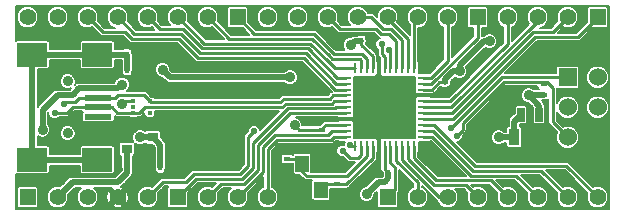
<source format=gtl>
G04 (created by PCBNEW (2013-june-11)-stable) date Mon 03 Feb 2014 03:15:05 PM PST*
%MOIN*%
G04 Gerber Fmt 3.4, Leading zero omitted, Abs format*
%FSLAX34Y34*%
G01*
G70*
G90*
G04 APERTURE LIST*
%ADD10C,0.00590551*%
%ADD11C,0.02*%
%ADD12R,0.035X0.055*%
%ADD13R,0.0354331X0.0314961*%
%ADD14R,0.0906X0.0197*%
%ADD15R,0.0984X0.0787*%
%ADD16C,0.0354*%
%ADD17R,0.055X0.055*%
%ADD18C,0.055*%
%ADD19R,0.06X0.06*%
%ADD20C,0.06*%
%ADD21R,0.0177X0.0118*%
%ADD22R,0.0452756X0.0551181*%
%ADD23R,0.025X0.045*%
%ADD24R,0.0157X0.0236*%
%ADD25R,0.0236X0.0157*%
%ADD26R,0.03543X0.01102*%
%ADD27R,0.01102X0.03543*%
%ADD28R,0.18503X0.18503*%
%ADD29C,0.035*%
%ADD30C,0.023*%
%ADD31C,0.02*%
%ADD32C,0.01*%
%ADD33C,0.006*%
G04 APERTURE END LIST*
G54D10*
G54D11*
X74025Y-35450D03*
X74550Y-35450D03*
X72975Y-35800D03*
X74350Y-35725D03*
X74850Y-35725D03*
X76550Y-35175D03*
X77050Y-35175D03*
X76050Y-35175D03*
X75550Y-35175D03*
X77550Y-35175D03*
X78050Y-35175D03*
X78900Y-35475D03*
X78550Y-35175D03*
X75550Y-31950D03*
X74800Y-32700D03*
X75800Y-31700D03*
X75300Y-32200D03*
X75300Y-34200D03*
X76200Y-33300D03*
X76500Y-33000D03*
X75900Y-33600D03*
X75600Y-33900D03*
X66175Y-32150D03*
X66675Y-32150D03*
X65675Y-32150D03*
X67175Y-32150D03*
X67675Y-32150D03*
X68675Y-32150D03*
X68175Y-32150D03*
X70200Y-32900D03*
X69700Y-32900D03*
X65950Y-33800D03*
X66450Y-33800D03*
X65450Y-33800D03*
X64950Y-33800D03*
X66950Y-33800D03*
X67450Y-33800D03*
X68450Y-33800D03*
X67950Y-33800D03*
X67950Y-33025D03*
X68450Y-33025D03*
X67450Y-33025D03*
X66950Y-33025D03*
X64950Y-33025D03*
X65450Y-33025D03*
X66450Y-33025D03*
G54D12*
X77475Y-34500D03*
X76725Y-34500D03*
G54D11*
X70020Y-33980D03*
X71200Y-35450D03*
X71350Y-36350D03*
X69300Y-34850D03*
X68800Y-35200D03*
X69800Y-36750D03*
X68800Y-35550D03*
X68900Y-34850D03*
X69350Y-36750D03*
X70700Y-36750D03*
X71150Y-36750D03*
X71850Y-35750D03*
X69150Y-36150D03*
X70250Y-36750D03*
X68950Y-35850D03*
X69150Y-36450D03*
X72100Y-31600D03*
X70600Y-34850D03*
X71550Y-36000D03*
X70150Y-34850D03*
X69700Y-34850D03*
X70750Y-35250D03*
G54D13*
X63811Y-34106D03*
X63811Y-34893D03*
X64677Y-34500D03*
G54D14*
X62858Y-32870D03*
X62858Y-33185D03*
X62858Y-33500D03*
X62858Y-33815D03*
X62858Y-34130D03*
G54D15*
X62819Y-31748D03*
X60654Y-31748D03*
X62819Y-35252D03*
X60654Y-35252D03*
G54D16*
X61835Y-32634D03*
X61835Y-34366D03*
G54D17*
X72500Y-36500D03*
G54D18*
X73500Y-36500D03*
X74500Y-36500D03*
X75500Y-36500D03*
X76500Y-36500D03*
X77500Y-36500D03*
X78500Y-36500D03*
X79500Y-36500D03*
G54D17*
X65500Y-36500D03*
G54D18*
X66500Y-36500D03*
X67500Y-36500D03*
X68500Y-36500D03*
G54D19*
X78500Y-32500D03*
G54D20*
X79500Y-32500D03*
X78500Y-33500D03*
X79500Y-33500D03*
X78500Y-34500D03*
X79500Y-34500D03*
G54D17*
X60500Y-36500D03*
G54D18*
X61500Y-36500D03*
X62500Y-36500D03*
X63500Y-36500D03*
X64500Y-36500D03*
G54D17*
X79500Y-30500D03*
G54D18*
X78500Y-30500D03*
X77500Y-30500D03*
X76500Y-30500D03*
G54D17*
X67500Y-30500D03*
G54D18*
X66500Y-30500D03*
X65500Y-30500D03*
X64500Y-30500D03*
X63500Y-30500D03*
X62500Y-30500D03*
X61500Y-30500D03*
X60500Y-30500D03*
G54D17*
X75500Y-30500D03*
G54D18*
X74500Y-30500D03*
X73500Y-30500D03*
X72500Y-30500D03*
X71500Y-30500D03*
X70500Y-30500D03*
X69500Y-30500D03*
X68500Y-30500D03*
G54D21*
X64024Y-33303D03*
X64024Y-33697D03*
X64576Y-33303D03*
X64024Y-33500D03*
X64576Y-33697D03*
G54D22*
X70279Y-36250D03*
X70279Y-35383D03*
X69650Y-35383D03*
X69650Y-36250D03*
G54D23*
X77550Y-33750D03*
X76950Y-33750D03*
G54D24*
X63823Y-32250D03*
X64177Y-32250D03*
G54D25*
X77700Y-32723D03*
X77700Y-33077D03*
G54D24*
X64177Y-31750D03*
X63823Y-31750D03*
X63823Y-35500D03*
X64177Y-35500D03*
X64927Y-35500D03*
X64573Y-35500D03*
X72173Y-35700D03*
X72527Y-35700D03*
G54D25*
X74400Y-32673D03*
X74400Y-33027D03*
G54D24*
X71623Y-31300D03*
X71977Y-31300D03*
G54D25*
X70310Y-34247D03*
X70310Y-33893D03*
X69150Y-35577D03*
X69150Y-35223D03*
X70800Y-36073D03*
X70800Y-36427D03*
G54D11*
X70900Y-35550D03*
G54D26*
X73699Y-34484D03*
X73699Y-34287D03*
X73699Y-34090D03*
X73699Y-33893D03*
X73699Y-33696D03*
X73699Y-33500D03*
X73699Y-33303D03*
X73699Y-33106D03*
X73699Y-32909D03*
X73699Y-32712D03*
X73699Y-32515D03*
G54D27*
X73384Y-32200D03*
X73187Y-32200D03*
X72990Y-32200D03*
X72793Y-32200D03*
X72596Y-32200D03*
X72400Y-32200D03*
X72203Y-32200D03*
X72006Y-32200D03*
X71809Y-32200D03*
X71612Y-32200D03*
X71415Y-32200D03*
G54D26*
X71100Y-32515D03*
X71100Y-32712D03*
X71100Y-32909D03*
X71100Y-33106D03*
X71100Y-33303D03*
X71100Y-33500D03*
X71100Y-33696D03*
X71100Y-33893D03*
X71100Y-34090D03*
X71100Y-34287D03*
X71100Y-34484D03*
G54D27*
X71415Y-34799D03*
X71612Y-34799D03*
X71809Y-34799D03*
X72006Y-34799D03*
X72203Y-34799D03*
X72400Y-34799D03*
X72596Y-34799D03*
X72793Y-34799D03*
X72990Y-34799D03*
X73187Y-34799D03*
X73384Y-34799D03*
G54D28*
X72400Y-33500D03*
G54D11*
X70830Y-31350D03*
X65950Y-33025D03*
G54D29*
X76200Y-34500D03*
X71800Y-36400D03*
G54D30*
X61400Y-33700D03*
X61700Y-33400D03*
X72300Y-31400D03*
X72560Y-31590D03*
X74600Y-34200D03*
X71250Y-34750D03*
X74800Y-34450D03*
X71000Y-34950D03*
X68050Y-34300D03*
G54D29*
X61000Y-34250D03*
X64250Y-34500D03*
X63650Y-33400D03*
X63650Y-32750D03*
X71275Y-31425D03*
X74900Y-32300D03*
X77200Y-33100D03*
X75900Y-31300D03*
X69400Y-34100D03*
X65000Y-32250D03*
X69250Y-32500D03*
G54D31*
X72527Y-35700D02*
X72527Y-35873D01*
X76200Y-34500D02*
X76725Y-34500D01*
X72200Y-36000D02*
X71800Y-36400D01*
X72400Y-36000D02*
X72200Y-36000D01*
X72527Y-35873D02*
X72400Y-36000D01*
X76725Y-34500D02*
X76725Y-33975D01*
X76725Y-33975D02*
X76950Y-33750D01*
G54D32*
X72400Y-35573D02*
X72527Y-35700D01*
X72400Y-34799D02*
X72400Y-35573D01*
X62858Y-33500D02*
X63300Y-33500D01*
X63300Y-33500D02*
X63497Y-33697D01*
X63497Y-33697D02*
X64024Y-33697D01*
X71100Y-33303D02*
X70723Y-33303D01*
X64203Y-33697D02*
X63874Y-33697D01*
X64400Y-33500D02*
X64203Y-33697D01*
X68994Y-33500D02*
X64400Y-33500D01*
X69118Y-33376D02*
X68994Y-33500D01*
X70650Y-33376D02*
X69118Y-33376D01*
X70723Y-33303D02*
X70650Y-33376D01*
X63497Y-33697D02*
X63874Y-33697D01*
X63300Y-33500D02*
X63497Y-33697D01*
X62858Y-33500D02*
X62000Y-33500D01*
X61800Y-33700D02*
X61400Y-33700D01*
X62000Y-33500D02*
X61800Y-33700D01*
X62858Y-33185D02*
X62211Y-33185D01*
X61789Y-33310D02*
X61700Y-33400D01*
X62086Y-33310D02*
X61789Y-33310D01*
X62211Y-33185D02*
X62086Y-33310D01*
X64576Y-33303D02*
X64576Y-33315D01*
X70693Y-33106D02*
X71100Y-33106D01*
X70583Y-33216D02*
X70693Y-33106D01*
X70500Y-33216D02*
X70583Y-33216D01*
X70500Y-33216D02*
X70500Y-33216D01*
X69051Y-33216D02*
X70500Y-33216D01*
X68928Y-33339D02*
X69051Y-33216D01*
X64600Y-33339D02*
X68928Y-33339D01*
X64576Y-33315D02*
X64600Y-33339D01*
X62858Y-33185D02*
X63415Y-33185D01*
X64373Y-33100D02*
X64576Y-33303D01*
X63500Y-33100D02*
X64373Y-33100D01*
X63415Y-33185D02*
X63500Y-33100D01*
G54D31*
X63500Y-36500D02*
X64200Y-35800D01*
X64200Y-35523D02*
X64177Y-35500D01*
X64200Y-35800D02*
X64200Y-35523D01*
G54D32*
X71100Y-34484D02*
X70715Y-34484D01*
X68500Y-34900D02*
X68500Y-36500D01*
X68800Y-34600D02*
X68500Y-34900D01*
X70600Y-34600D02*
X68800Y-34600D01*
X70715Y-34484D02*
X70600Y-34600D01*
X71100Y-34287D02*
X70662Y-34287D01*
X68339Y-35660D02*
X67500Y-36500D01*
X68339Y-34833D02*
X68339Y-35660D01*
X68733Y-34439D02*
X68339Y-34833D01*
X70510Y-34439D02*
X68733Y-34439D01*
X70662Y-34287D02*
X70510Y-34439D01*
X71100Y-33696D02*
X69250Y-33696D01*
X66950Y-36050D02*
X66500Y-36500D01*
X67723Y-36050D02*
X66950Y-36050D01*
X68179Y-35593D02*
X67723Y-36050D01*
X68179Y-34767D02*
X68179Y-35593D01*
X69250Y-33696D02*
X68179Y-34767D01*
X71100Y-33500D02*
X70786Y-33500D01*
X66110Y-35889D02*
X65500Y-36500D01*
X67657Y-35889D02*
X66110Y-35889D01*
X68019Y-35527D02*
X67657Y-35889D01*
X68019Y-34701D02*
X68019Y-35527D01*
X69184Y-33536D02*
X68019Y-34701D01*
X70750Y-33536D02*
X69184Y-33536D01*
X70786Y-33500D02*
X70750Y-33536D01*
X73699Y-33303D02*
X74596Y-33303D01*
X76500Y-31400D02*
X76500Y-30500D01*
X74596Y-33303D02*
X76500Y-31400D01*
X73699Y-33500D02*
X74626Y-33500D01*
X77500Y-30626D02*
X77500Y-30500D01*
X74626Y-33500D02*
X77500Y-30626D01*
X73699Y-33696D02*
X74655Y-33696D01*
X78000Y-31000D02*
X78500Y-30500D01*
X77352Y-31000D02*
X78000Y-31000D01*
X74655Y-33696D02*
X77352Y-31000D01*
X73699Y-33893D02*
X74685Y-33893D01*
X78839Y-31160D02*
X79500Y-30500D01*
X77418Y-31160D02*
X78839Y-31160D01*
X74685Y-33893D02*
X77418Y-31160D01*
G54D31*
X62819Y-31748D02*
X63821Y-31748D01*
X63821Y-31748D02*
X63823Y-31750D01*
X63823Y-31750D02*
X63823Y-32250D01*
X60654Y-35252D02*
X62819Y-35252D01*
X60654Y-35252D02*
X60654Y-31748D01*
X60654Y-31748D02*
X62819Y-31748D01*
G54D32*
X72400Y-32200D02*
X72400Y-31810D01*
X72320Y-31420D02*
X72300Y-31400D01*
X72320Y-31730D02*
X72320Y-31420D01*
X72400Y-31810D02*
X72320Y-31730D01*
X73699Y-34484D02*
X73984Y-34484D01*
X76779Y-35779D02*
X77500Y-36500D01*
X75279Y-35779D02*
X76779Y-35779D01*
X73984Y-34484D02*
X75279Y-35779D01*
X73384Y-32200D02*
X73384Y-30615D01*
X73384Y-30615D02*
X73500Y-30500D01*
X72793Y-34799D02*
X72793Y-35293D01*
X73500Y-36000D02*
X73500Y-36500D01*
X72793Y-35293D02*
X73500Y-36000D01*
X73699Y-32515D02*
X73934Y-32515D01*
X74500Y-31950D02*
X74500Y-30500D01*
X73934Y-32515D02*
X74500Y-31950D01*
X72596Y-34799D02*
X72596Y-35346D01*
X72750Y-36250D02*
X72500Y-36500D01*
X72750Y-35500D02*
X72750Y-36250D01*
X72596Y-35346D02*
X72750Y-35500D01*
X72990Y-34799D02*
X72990Y-35264D01*
X74226Y-36500D02*
X74500Y-36500D01*
X72990Y-35264D02*
X74226Y-36500D01*
X73699Y-32712D02*
X73963Y-32712D01*
X75500Y-31176D02*
X75500Y-30500D01*
X73963Y-32712D02*
X75500Y-31176D01*
X73699Y-34090D02*
X74043Y-34090D01*
X78459Y-35459D02*
X79500Y-36500D01*
X75412Y-35459D02*
X78459Y-35459D01*
X74043Y-34090D02*
X75412Y-35459D01*
X71612Y-32200D02*
X71612Y-31932D01*
X70534Y-31771D02*
X69982Y-31220D01*
X69982Y-31220D02*
X67220Y-31220D01*
X67220Y-31220D02*
X66500Y-30500D01*
X70652Y-31890D02*
X70534Y-31771D01*
X71570Y-31890D02*
X70652Y-31890D01*
X71612Y-31932D02*
X71570Y-31890D01*
X72596Y-31626D02*
X72560Y-31590D01*
X72596Y-32200D02*
X72596Y-31626D01*
X73699Y-34287D02*
X74013Y-34287D01*
X77619Y-35619D02*
X78500Y-36500D01*
X75346Y-35619D02*
X77619Y-35619D01*
X74013Y-34287D02*
X75346Y-35619D01*
X72793Y-32200D02*
X72793Y-31291D01*
X70900Y-30900D02*
X70500Y-30500D01*
X72123Y-30900D02*
X70900Y-30900D01*
X72283Y-31060D02*
X72123Y-30900D01*
X72562Y-31060D02*
X72283Y-31060D01*
X72793Y-31291D02*
X72562Y-31060D01*
X73384Y-34799D02*
X73384Y-35205D01*
X75939Y-35939D02*
X76500Y-36500D01*
X74118Y-35939D02*
X75939Y-35939D01*
X73384Y-35205D02*
X74118Y-35939D01*
X72990Y-32200D02*
X72990Y-31261D01*
X71950Y-30500D02*
X71500Y-30500D01*
X72350Y-30900D02*
X71950Y-30500D01*
X72628Y-30900D02*
X72350Y-30900D01*
X72990Y-31261D02*
X72628Y-30900D01*
X73187Y-34799D02*
X73187Y-35234D01*
X75100Y-36100D02*
X75500Y-36500D01*
X74052Y-36100D02*
X75100Y-36100D01*
X73187Y-35234D02*
X74052Y-36100D01*
X73187Y-32200D02*
X73187Y-31232D01*
X72500Y-30544D02*
X72500Y-30500D01*
X73187Y-31232D02*
X72500Y-30544D01*
X71100Y-32909D02*
X70766Y-32909D01*
X63000Y-31000D02*
X62500Y-30500D01*
X63750Y-31000D02*
X63000Y-31000D01*
X63970Y-31220D02*
X63750Y-31000D01*
X65541Y-31220D02*
X63970Y-31220D01*
X66181Y-31860D02*
X65541Y-31220D01*
X69717Y-31860D02*
X66181Y-31860D01*
X70766Y-32909D02*
X69717Y-31860D01*
X71100Y-32712D02*
X70796Y-32712D01*
X64060Y-31060D02*
X63500Y-30500D01*
X65607Y-31060D02*
X64060Y-31060D01*
X66247Y-31700D02*
X65607Y-31060D01*
X69783Y-31700D02*
X66247Y-31700D01*
X70796Y-32712D02*
X69783Y-31700D01*
X71100Y-32515D02*
X70825Y-32515D01*
X64900Y-30900D02*
X64500Y-30500D01*
X65673Y-30900D02*
X64900Y-30900D01*
X66313Y-31540D02*
X65673Y-30900D01*
X69850Y-31540D02*
X66313Y-31540D01*
X70825Y-32515D02*
X69850Y-31540D01*
X71415Y-32200D02*
X70737Y-32200D01*
X70468Y-31931D02*
X69916Y-31380D01*
X69916Y-31380D02*
X66380Y-31380D01*
X66380Y-31380D02*
X65500Y-30500D01*
X70737Y-32200D02*
X70468Y-31931D01*
X71809Y-32200D02*
X71809Y-31903D01*
X70600Y-31611D02*
X70048Y-31060D01*
X70048Y-31060D02*
X68060Y-31060D01*
X68060Y-31060D02*
X67500Y-30500D01*
X70718Y-31729D02*
X70600Y-31611D01*
X71636Y-31729D02*
X70718Y-31729D01*
X71809Y-31903D02*
X71636Y-31729D01*
X74600Y-34200D02*
X74605Y-34200D01*
X71415Y-34799D02*
X71299Y-34799D01*
X71299Y-34799D02*
X71250Y-34750D01*
X76305Y-32500D02*
X78500Y-32500D01*
X74605Y-34200D02*
X76305Y-32500D01*
X74800Y-34450D02*
X75000Y-34250D01*
X78000Y-34000D02*
X78500Y-34500D01*
X78000Y-32850D02*
X78000Y-34000D01*
X77810Y-32660D02*
X78000Y-32850D01*
X76371Y-32660D02*
X77810Y-32660D01*
X75000Y-34031D02*
X76371Y-32660D01*
X75000Y-34250D02*
X75000Y-34031D01*
X71612Y-35087D02*
X71500Y-35200D01*
X71500Y-35200D02*
X71250Y-35200D01*
X71250Y-35200D02*
X71000Y-34950D01*
X71612Y-34799D02*
X71612Y-35087D01*
X65000Y-36000D02*
X64500Y-36500D01*
X65773Y-36000D02*
X65000Y-36000D01*
X66043Y-35729D02*
X65773Y-36000D01*
X67591Y-35729D02*
X66043Y-35729D01*
X67859Y-35461D02*
X67591Y-35729D01*
X67859Y-34490D02*
X67859Y-35461D01*
X68050Y-34300D02*
X67859Y-34490D01*
G54D31*
X62858Y-32870D02*
X62230Y-32870D01*
X61000Y-33600D02*
X61000Y-34250D01*
X61500Y-33100D02*
X61000Y-33600D01*
X62000Y-33100D02*
X61500Y-33100D01*
X62230Y-32870D02*
X62000Y-33100D01*
X62858Y-32870D02*
X62380Y-32870D01*
X64250Y-34500D02*
X64677Y-34500D01*
X64927Y-35500D02*
X64927Y-34749D01*
X64927Y-34749D02*
X64677Y-34500D01*
X63530Y-32870D02*
X63650Y-32750D01*
G54D32*
X63747Y-33303D02*
X63650Y-33400D01*
G54D31*
X63530Y-32870D02*
X62858Y-32870D01*
G54D32*
X64024Y-33303D02*
X63747Y-33303D01*
G54D31*
X71400Y-31300D02*
X71623Y-31300D01*
X71275Y-31425D02*
X71400Y-31300D01*
G54D32*
X72006Y-32200D02*
X72006Y-31806D01*
X71623Y-31423D02*
X71623Y-31300D01*
X72006Y-31806D02*
X71623Y-31423D01*
G54D31*
X77550Y-33750D02*
X77550Y-33450D01*
X77550Y-33450D02*
X77200Y-33100D01*
X77223Y-33077D02*
X77700Y-33077D01*
X77200Y-33100D02*
X77223Y-33077D01*
X74900Y-32300D02*
X74900Y-32100D01*
X74900Y-32100D02*
X75700Y-31300D01*
X75700Y-31300D02*
X75900Y-31300D01*
X74400Y-32673D02*
X74400Y-32573D01*
X74400Y-32573D02*
X74673Y-32300D01*
X74673Y-32300D02*
X74900Y-32300D01*
G54D32*
X70310Y-34247D02*
X69547Y-34247D01*
X69547Y-34247D02*
X69400Y-34100D01*
G54D31*
X65000Y-32250D02*
X65250Y-32500D01*
X65250Y-32500D02*
X69250Y-32500D01*
G54D32*
X70436Y-34090D02*
X70327Y-34200D01*
X73699Y-32909D02*
X73993Y-32909D01*
X74229Y-32673D02*
X74400Y-32673D01*
X73993Y-32909D02*
X74229Y-32673D01*
X71100Y-34090D02*
X70436Y-34090D01*
G54D31*
X63823Y-35500D02*
X63823Y-35677D01*
X62000Y-36000D02*
X61500Y-36500D01*
X63500Y-36000D02*
X62000Y-36000D01*
X63823Y-35677D02*
X63500Y-36000D01*
X63811Y-34893D02*
X63811Y-35488D01*
X63811Y-35488D02*
X63823Y-35500D01*
G54D32*
X70800Y-36073D02*
X70456Y-36073D01*
X70456Y-36073D02*
X70279Y-36250D01*
X72006Y-34799D02*
X72006Y-35193D01*
X71127Y-36073D02*
X70800Y-36073D01*
X72006Y-35193D02*
X71127Y-36073D01*
X69150Y-35223D02*
X69489Y-35223D01*
X69489Y-35223D02*
X69650Y-35383D01*
X71809Y-34799D02*
X71809Y-35140D01*
X69650Y-35650D02*
X69650Y-35383D01*
X69800Y-35800D02*
X69650Y-35650D01*
X71150Y-35800D02*
X69800Y-35800D01*
X71809Y-35140D02*
X71150Y-35800D01*
G54D10*
G36*
X68883Y-33640D02*
X68255Y-34268D01*
X68255Y-34259D01*
X68223Y-34184D01*
X68166Y-34126D01*
X68090Y-34095D01*
X68009Y-34094D01*
X67934Y-34126D01*
X67876Y-34183D01*
X67845Y-34259D01*
X67844Y-34307D01*
X67761Y-34391D01*
X67730Y-34436D01*
X67719Y-34490D01*
X67719Y-35403D01*
X67533Y-35589D01*
X66043Y-35589D01*
X65990Y-35600D01*
X65944Y-35631D01*
X65715Y-35860D01*
X65000Y-35860D01*
X64946Y-35870D01*
X64901Y-35901D01*
X64802Y-36000D01*
X63768Y-36000D01*
X63957Y-35811D01*
X63998Y-35749D01*
X64013Y-35677D01*
X64013Y-35500D01*
X64001Y-35439D01*
X64001Y-35141D01*
X64006Y-35141D01*
X64039Y-35127D01*
X64064Y-35102D01*
X64078Y-35069D01*
X64078Y-35033D01*
X64078Y-34718D01*
X64067Y-34692D01*
X64099Y-34724D01*
X64197Y-34764D01*
X64302Y-34765D01*
X64399Y-34724D01*
X64421Y-34703D01*
X64423Y-34708D01*
X64448Y-34733D01*
X64482Y-34747D01*
X64517Y-34747D01*
X64655Y-34747D01*
X64737Y-34828D01*
X64737Y-35500D01*
X64751Y-35572D01*
X64758Y-35583D01*
X64758Y-35635D01*
X64772Y-35668D01*
X64797Y-35694D01*
X64830Y-35707D01*
X64866Y-35708D01*
X65023Y-35708D01*
X65056Y-35694D01*
X65081Y-35669D01*
X65095Y-35635D01*
X65095Y-35600D01*
X65095Y-35583D01*
X65102Y-35572D01*
X65117Y-35500D01*
X65117Y-34749D01*
X65102Y-34677D01*
X65061Y-34615D01*
X65061Y-34615D01*
X64944Y-34498D01*
X64944Y-34324D01*
X64930Y-34291D01*
X64905Y-34266D01*
X64872Y-34252D01*
X64836Y-34252D01*
X64482Y-34252D01*
X64449Y-34266D01*
X64423Y-34291D01*
X64421Y-34296D01*
X64400Y-34275D01*
X64302Y-34235D01*
X64197Y-34234D01*
X64100Y-34275D01*
X64025Y-34349D01*
X63985Y-34447D01*
X63984Y-34552D01*
X64025Y-34649D01*
X64032Y-34657D01*
X64006Y-34646D01*
X63970Y-34646D01*
X63616Y-34646D01*
X63582Y-34659D01*
X63557Y-34685D01*
X63543Y-34718D01*
X63543Y-34754D01*
X63543Y-35069D01*
X63557Y-35102D01*
X63582Y-35127D01*
X63615Y-35141D01*
X63621Y-35141D01*
X63621Y-35488D01*
X63633Y-35548D01*
X63633Y-35598D01*
X63421Y-35810D01*
X62000Y-35810D01*
X61927Y-35824D01*
X61865Y-35865D01*
X61731Y-36000D01*
X60109Y-36000D01*
X60109Y-35720D01*
X60110Y-35721D01*
X60144Y-35735D01*
X60179Y-35735D01*
X61163Y-35735D01*
X61196Y-35721D01*
X61222Y-35696D01*
X61235Y-35663D01*
X61236Y-35627D01*
X61236Y-35442D01*
X62236Y-35442D01*
X62236Y-35663D01*
X62250Y-35696D01*
X62275Y-35721D01*
X62309Y-35735D01*
X62344Y-35735D01*
X63328Y-35735D01*
X63361Y-35721D01*
X63387Y-35696D01*
X63400Y-35663D01*
X63401Y-35627D01*
X63401Y-34840D01*
X63387Y-34807D01*
X63362Y-34782D01*
X63328Y-34768D01*
X63293Y-34768D01*
X62309Y-34768D01*
X62276Y-34782D01*
X62250Y-34807D01*
X62237Y-34840D01*
X62236Y-34876D01*
X62236Y-35062D01*
X62102Y-35062D01*
X62102Y-34313D01*
X62061Y-34214D01*
X61986Y-34139D01*
X61888Y-34099D01*
X61782Y-34098D01*
X61683Y-34139D01*
X61608Y-34214D01*
X61568Y-34312D01*
X61567Y-34418D01*
X61608Y-34517D01*
X61683Y-34592D01*
X61781Y-34632D01*
X61887Y-34633D01*
X61986Y-34592D01*
X62061Y-34517D01*
X62101Y-34419D01*
X62102Y-34313D01*
X62102Y-35062D01*
X61236Y-35062D01*
X61236Y-34840D01*
X61222Y-34807D01*
X61197Y-34782D01*
X61163Y-34768D01*
X61128Y-34768D01*
X60844Y-34768D01*
X60844Y-34468D01*
X60849Y-34474D01*
X60947Y-34514D01*
X61052Y-34515D01*
X61149Y-34474D01*
X61224Y-34400D01*
X61264Y-34302D01*
X61265Y-34197D01*
X61224Y-34100D01*
X61190Y-34065D01*
X61190Y-33678D01*
X61195Y-33673D01*
X61194Y-33740D01*
X61226Y-33815D01*
X61283Y-33873D01*
X61359Y-33904D01*
X61440Y-33905D01*
X61515Y-33873D01*
X61549Y-33840D01*
X61800Y-33840D01*
X61853Y-33829D01*
X61853Y-33829D01*
X61898Y-33798D01*
X62057Y-33640D01*
X62324Y-33640D01*
X62328Y-33649D01*
X62336Y-33657D01*
X62328Y-33665D01*
X62315Y-33698D01*
X62314Y-33734D01*
X62314Y-33931D01*
X62328Y-33964D01*
X62353Y-33989D01*
X62387Y-34003D01*
X62422Y-34003D01*
X63328Y-34003D01*
X63361Y-33989D01*
X63387Y-33964D01*
X63400Y-33931D01*
X63401Y-33895D01*
X63401Y-33798D01*
X63443Y-33826D01*
X63443Y-33826D01*
X63497Y-33837D01*
X63874Y-33837D01*
X63895Y-33837D01*
X63917Y-33845D01*
X63953Y-33846D01*
X64130Y-33846D01*
X64152Y-33837D01*
X64203Y-33837D01*
X64256Y-33826D01*
X64256Y-33826D01*
X64301Y-33795D01*
X64397Y-33700D01*
X64397Y-33773D01*
X64411Y-33806D01*
X64436Y-33832D01*
X64469Y-33845D01*
X64505Y-33846D01*
X64682Y-33846D01*
X64715Y-33832D01*
X64740Y-33807D01*
X64754Y-33773D01*
X64754Y-33738D01*
X64754Y-33640D01*
X68883Y-33640D01*
X68883Y-33640D01*
G37*
G54D33*
X68883Y-33640D02*
X68255Y-34268D01*
X68255Y-34259D01*
X68223Y-34184D01*
X68166Y-34126D01*
X68090Y-34095D01*
X68009Y-34094D01*
X67934Y-34126D01*
X67876Y-34183D01*
X67845Y-34259D01*
X67844Y-34307D01*
X67761Y-34391D01*
X67730Y-34436D01*
X67719Y-34490D01*
X67719Y-35403D01*
X67533Y-35589D01*
X66043Y-35589D01*
X65990Y-35600D01*
X65944Y-35631D01*
X65715Y-35860D01*
X65000Y-35860D01*
X64946Y-35870D01*
X64901Y-35901D01*
X64802Y-36000D01*
X63768Y-36000D01*
X63957Y-35811D01*
X63998Y-35749D01*
X64013Y-35677D01*
X64013Y-35500D01*
X64001Y-35439D01*
X64001Y-35141D01*
X64006Y-35141D01*
X64039Y-35127D01*
X64064Y-35102D01*
X64078Y-35069D01*
X64078Y-35033D01*
X64078Y-34718D01*
X64067Y-34692D01*
X64099Y-34724D01*
X64197Y-34764D01*
X64302Y-34765D01*
X64399Y-34724D01*
X64421Y-34703D01*
X64423Y-34708D01*
X64448Y-34733D01*
X64482Y-34747D01*
X64517Y-34747D01*
X64655Y-34747D01*
X64737Y-34828D01*
X64737Y-35500D01*
X64751Y-35572D01*
X64758Y-35583D01*
X64758Y-35635D01*
X64772Y-35668D01*
X64797Y-35694D01*
X64830Y-35707D01*
X64866Y-35708D01*
X65023Y-35708D01*
X65056Y-35694D01*
X65081Y-35669D01*
X65095Y-35635D01*
X65095Y-35600D01*
X65095Y-35583D01*
X65102Y-35572D01*
X65117Y-35500D01*
X65117Y-34749D01*
X65102Y-34677D01*
X65061Y-34615D01*
X65061Y-34615D01*
X64944Y-34498D01*
X64944Y-34324D01*
X64930Y-34291D01*
X64905Y-34266D01*
X64872Y-34252D01*
X64836Y-34252D01*
X64482Y-34252D01*
X64449Y-34266D01*
X64423Y-34291D01*
X64421Y-34296D01*
X64400Y-34275D01*
X64302Y-34235D01*
X64197Y-34234D01*
X64100Y-34275D01*
X64025Y-34349D01*
X63985Y-34447D01*
X63984Y-34552D01*
X64025Y-34649D01*
X64032Y-34657D01*
X64006Y-34646D01*
X63970Y-34646D01*
X63616Y-34646D01*
X63582Y-34659D01*
X63557Y-34685D01*
X63543Y-34718D01*
X63543Y-34754D01*
X63543Y-35069D01*
X63557Y-35102D01*
X63582Y-35127D01*
X63615Y-35141D01*
X63621Y-35141D01*
X63621Y-35488D01*
X63633Y-35548D01*
X63633Y-35598D01*
X63421Y-35810D01*
X62000Y-35810D01*
X61927Y-35824D01*
X61865Y-35865D01*
X61731Y-36000D01*
X60109Y-36000D01*
X60109Y-35720D01*
X60110Y-35721D01*
X60144Y-35735D01*
X60179Y-35735D01*
X61163Y-35735D01*
X61196Y-35721D01*
X61222Y-35696D01*
X61235Y-35663D01*
X61236Y-35627D01*
X61236Y-35442D01*
X62236Y-35442D01*
X62236Y-35663D01*
X62250Y-35696D01*
X62275Y-35721D01*
X62309Y-35735D01*
X62344Y-35735D01*
X63328Y-35735D01*
X63361Y-35721D01*
X63387Y-35696D01*
X63400Y-35663D01*
X63401Y-35627D01*
X63401Y-34840D01*
X63387Y-34807D01*
X63362Y-34782D01*
X63328Y-34768D01*
X63293Y-34768D01*
X62309Y-34768D01*
X62276Y-34782D01*
X62250Y-34807D01*
X62237Y-34840D01*
X62236Y-34876D01*
X62236Y-35062D01*
X62102Y-35062D01*
X62102Y-34313D01*
X62061Y-34214D01*
X61986Y-34139D01*
X61888Y-34099D01*
X61782Y-34098D01*
X61683Y-34139D01*
X61608Y-34214D01*
X61568Y-34312D01*
X61567Y-34418D01*
X61608Y-34517D01*
X61683Y-34592D01*
X61781Y-34632D01*
X61887Y-34633D01*
X61986Y-34592D01*
X62061Y-34517D01*
X62101Y-34419D01*
X62102Y-34313D01*
X62102Y-35062D01*
X61236Y-35062D01*
X61236Y-34840D01*
X61222Y-34807D01*
X61197Y-34782D01*
X61163Y-34768D01*
X61128Y-34768D01*
X60844Y-34768D01*
X60844Y-34468D01*
X60849Y-34474D01*
X60947Y-34514D01*
X61052Y-34515D01*
X61149Y-34474D01*
X61224Y-34400D01*
X61264Y-34302D01*
X61265Y-34197D01*
X61224Y-34100D01*
X61190Y-34065D01*
X61190Y-33678D01*
X61195Y-33673D01*
X61194Y-33740D01*
X61226Y-33815D01*
X61283Y-33873D01*
X61359Y-33904D01*
X61440Y-33905D01*
X61515Y-33873D01*
X61549Y-33840D01*
X61800Y-33840D01*
X61853Y-33829D01*
X61853Y-33829D01*
X61898Y-33798D01*
X62057Y-33640D01*
X62324Y-33640D01*
X62328Y-33649D01*
X62336Y-33657D01*
X62328Y-33665D01*
X62315Y-33698D01*
X62314Y-33734D01*
X62314Y-33931D01*
X62328Y-33964D01*
X62353Y-33989D01*
X62387Y-34003D01*
X62422Y-34003D01*
X63328Y-34003D01*
X63361Y-33989D01*
X63387Y-33964D01*
X63400Y-33931D01*
X63401Y-33895D01*
X63401Y-33798D01*
X63443Y-33826D01*
X63443Y-33826D01*
X63497Y-33837D01*
X63874Y-33837D01*
X63895Y-33837D01*
X63917Y-33845D01*
X63953Y-33846D01*
X64130Y-33846D01*
X64152Y-33837D01*
X64203Y-33837D01*
X64256Y-33826D01*
X64256Y-33826D01*
X64301Y-33795D01*
X64397Y-33700D01*
X64397Y-33773D01*
X64411Y-33806D01*
X64436Y-33832D01*
X64469Y-33845D01*
X64505Y-33846D01*
X64682Y-33846D01*
X64715Y-33832D01*
X64740Y-33807D01*
X64754Y-33773D01*
X64754Y-33738D01*
X64754Y-33640D01*
X68883Y-33640D01*
G54D10*
G36*
X75102Y-35799D02*
X74176Y-35799D01*
X73524Y-35147D01*
X73524Y-35046D01*
X73532Y-35038D01*
X73549Y-34998D01*
X73549Y-34954D01*
X73549Y-34649D01*
X73898Y-34649D01*
X73935Y-34633D01*
X75102Y-35799D01*
X75102Y-35799D01*
G37*
G54D33*
X75102Y-35799D02*
X74176Y-35799D01*
X73524Y-35147D01*
X73524Y-35046D01*
X73532Y-35038D01*
X73549Y-34998D01*
X73549Y-34954D01*
X73549Y-34649D01*
X73898Y-34649D01*
X73935Y-34633D01*
X75102Y-35799D01*
G54D10*
G36*
X79890Y-36890D02*
X79890Y-36890D01*
X79890Y-33422D01*
X79890Y-32422D01*
X79830Y-32279D01*
X79721Y-32169D01*
X79577Y-32110D01*
X79422Y-32109D01*
X79279Y-32169D01*
X79169Y-32278D01*
X79110Y-32422D01*
X79109Y-32577D01*
X79169Y-32720D01*
X79278Y-32830D01*
X79422Y-32889D01*
X79577Y-32890D01*
X79720Y-32830D01*
X79830Y-32721D01*
X79889Y-32577D01*
X79890Y-32422D01*
X79890Y-33422D01*
X79830Y-33279D01*
X79721Y-33169D01*
X79577Y-33110D01*
X79422Y-33109D01*
X79279Y-33169D01*
X79169Y-33278D01*
X79110Y-33422D01*
X79109Y-33577D01*
X79169Y-33720D01*
X79278Y-33830D01*
X79422Y-33889D01*
X79577Y-33890D01*
X79720Y-33830D01*
X79830Y-33721D01*
X79889Y-33577D01*
X79890Y-33422D01*
X79890Y-36890D01*
X79865Y-36890D01*
X79865Y-36427D01*
X79809Y-36293D01*
X79707Y-36190D01*
X79572Y-36135D01*
X79427Y-36134D01*
X79360Y-36162D01*
X78558Y-35361D01*
X78513Y-35330D01*
X78459Y-35319D01*
X77165Y-35319D01*
X77165Y-33957D01*
X77165Y-33507D01*
X77151Y-33474D01*
X77126Y-33448D01*
X77092Y-33435D01*
X77057Y-33434D01*
X76807Y-33434D01*
X76774Y-33448D01*
X76748Y-33473D01*
X76735Y-33507D01*
X76734Y-33542D01*
X76734Y-33696D01*
X76590Y-33840D01*
X76549Y-33902D01*
X76535Y-33975D01*
X76535Y-34134D01*
X76532Y-34134D01*
X76499Y-34148D01*
X76473Y-34173D01*
X76460Y-34207D01*
X76459Y-34242D01*
X76459Y-34310D01*
X76384Y-34310D01*
X76350Y-34275D01*
X76252Y-34235D01*
X76147Y-34234D01*
X76050Y-34275D01*
X75975Y-34349D01*
X75935Y-34447D01*
X75934Y-34552D01*
X75975Y-34649D01*
X76049Y-34724D01*
X76147Y-34764D01*
X76252Y-34765D01*
X76349Y-34724D01*
X76384Y-34690D01*
X76459Y-34690D01*
X76459Y-34792D01*
X76473Y-34825D01*
X76498Y-34851D01*
X76532Y-34864D01*
X76567Y-34865D01*
X76917Y-34865D01*
X76950Y-34851D01*
X76976Y-34826D01*
X76989Y-34792D01*
X76990Y-34757D01*
X76990Y-34207D01*
X76976Y-34174D01*
X76951Y-34148D01*
X76917Y-34135D01*
X76915Y-34135D01*
X76915Y-34065D01*
X77092Y-34065D01*
X77125Y-34051D01*
X77151Y-34026D01*
X77164Y-33992D01*
X77165Y-33957D01*
X77165Y-35319D01*
X75470Y-35319D01*
X74805Y-34655D01*
X74840Y-34655D01*
X74915Y-34623D01*
X74973Y-34566D01*
X75004Y-34490D01*
X75005Y-34442D01*
X75098Y-34348D01*
X75098Y-34348D01*
X75119Y-34318D01*
X75129Y-34303D01*
X75129Y-34303D01*
X75139Y-34250D01*
X75140Y-34250D01*
X75140Y-34089D01*
X76429Y-32800D01*
X77491Y-32800D01*
X77491Y-32819D01*
X77505Y-32852D01*
X77530Y-32877D01*
X77553Y-32887D01*
X77361Y-32887D01*
X77350Y-32875D01*
X77252Y-32835D01*
X77147Y-32834D01*
X77050Y-32875D01*
X76975Y-32949D01*
X76935Y-33047D01*
X76934Y-33152D01*
X76975Y-33249D01*
X77049Y-33324D01*
X77147Y-33364D01*
X77196Y-33364D01*
X77335Y-33504D01*
X77335Y-33507D01*
X77334Y-33542D01*
X77334Y-33992D01*
X77348Y-34025D01*
X77373Y-34051D01*
X77407Y-34064D01*
X77442Y-34065D01*
X77692Y-34065D01*
X77725Y-34051D01*
X77751Y-34026D01*
X77764Y-33992D01*
X77765Y-33957D01*
X77765Y-33507D01*
X77751Y-33474D01*
X77740Y-33462D01*
X77740Y-33450D01*
X77739Y-33449D01*
X77740Y-33449D01*
X77737Y-33437D01*
X77725Y-33377D01*
X77684Y-33315D01*
X77684Y-33315D01*
X77635Y-33267D01*
X77700Y-33267D01*
X77772Y-33252D01*
X77783Y-33245D01*
X77835Y-33245D01*
X77860Y-33235D01*
X77860Y-34000D01*
X77870Y-34053D01*
X77901Y-34098D01*
X78143Y-34341D01*
X78110Y-34422D01*
X78109Y-34577D01*
X78169Y-34720D01*
X78278Y-34830D01*
X78422Y-34889D01*
X78577Y-34890D01*
X78720Y-34830D01*
X78830Y-34721D01*
X78889Y-34577D01*
X78890Y-34422D01*
X78830Y-34279D01*
X78721Y-34169D01*
X78577Y-34110D01*
X78422Y-34109D01*
X78341Y-34143D01*
X78140Y-33942D01*
X78140Y-33650D01*
X78169Y-33720D01*
X78278Y-33830D01*
X78422Y-33889D01*
X78577Y-33890D01*
X78720Y-33830D01*
X78830Y-33721D01*
X78889Y-33577D01*
X78890Y-33422D01*
X78830Y-33279D01*
X78721Y-33169D01*
X78577Y-33110D01*
X78422Y-33109D01*
X78279Y-33169D01*
X78169Y-33278D01*
X78140Y-33349D01*
X78140Y-32867D01*
X78148Y-32876D01*
X78182Y-32889D01*
X78217Y-32890D01*
X78817Y-32890D01*
X78850Y-32876D01*
X78876Y-32851D01*
X78889Y-32817D01*
X78890Y-32782D01*
X78890Y-32182D01*
X78876Y-32149D01*
X78851Y-32123D01*
X78817Y-32110D01*
X78782Y-32109D01*
X78182Y-32109D01*
X78149Y-32123D01*
X78123Y-32148D01*
X78110Y-32182D01*
X78109Y-32217D01*
X78109Y-32360D01*
X76416Y-32360D01*
X77476Y-31300D01*
X78839Y-31300D01*
X78893Y-31289D01*
X78893Y-31289D01*
X78938Y-31258D01*
X79332Y-30865D01*
X79792Y-30865D01*
X79825Y-30851D01*
X79851Y-30826D01*
X79864Y-30792D01*
X79865Y-30757D01*
X79865Y-30207D01*
X79851Y-30174D01*
X79826Y-30148D01*
X79792Y-30135D01*
X79757Y-30134D01*
X79207Y-30134D01*
X79174Y-30148D01*
X79148Y-30173D01*
X79135Y-30207D01*
X79134Y-30242D01*
X79134Y-30667D01*
X78782Y-31020D01*
X78177Y-31020D01*
X78360Y-30837D01*
X78427Y-30864D01*
X78572Y-30865D01*
X78706Y-30809D01*
X78809Y-30707D01*
X78864Y-30572D01*
X78865Y-30427D01*
X78809Y-30293D01*
X78707Y-30190D01*
X78572Y-30135D01*
X78427Y-30134D01*
X78293Y-30190D01*
X78190Y-30292D01*
X78135Y-30427D01*
X78134Y-30572D01*
X78162Y-30639D01*
X77942Y-30860D01*
X77584Y-30860D01*
X77706Y-30809D01*
X77809Y-30707D01*
X77864Y-30572D01*
X77865Y-30427D01*
X77809Y-30293D01*
X77707Y-30190D01*
X77572Y-30135D01*
X77427Y-30134D01*
X77293Y-30190D01*
X77190Y-30292D01*
X77135Y-30427D01*
X77134Y-30572D01*
X77190Y-30706D01*
X77206Y-30722D01*
X76640Y-31288D01*
X76640Y-30837D01*
X76706Y-30809D01*
X76809Y-30707D01*
X76864Y-30572D01*
X76865Y-30427D01*
X76809Y-30293D01*
X76707Y-30190D01*
X76572Y-30135D01*
X76427Y-30134D01*
X76293Y-30190D01*
X76190Y-30292D01*
X76135Y-30427D01*
X76134Y-30572D01*
X76190Y-30706D01*
X76292Y-30809D01*
X76360Y-30837D01*
X76360Y-31342D01*
X76165Y-31536D01*
X76165Y-31247D01*
X76124Y-31150D01*
X76050Y-31075D01*
X75952Y-31035D01*
X75847Y-31034D01*
X75750Y-31075D01*
X75715Y-31110D01*
X75700Y-31110D01*
X75699Y-31110D01*
X75685Y-31112D01*
X75640Y-31121D01*
X75640Y-30865D01*
X75792Y-30865D01*
X75825Y-30851D01*
X75851Y-30826D01*
X75864Y-30792D01*
X75865Y-30757D01*
X75865Y-30207D01*
X75851Y-30174D01*
X75826Y-30148D01*
X75792Y-30135D01*
X75757Y-30134D01*
X75207Y-30134D01*
X75174Y-30148D01*
X75148Y-30173D01*
X75135Y-30207D01*
X75134Y-30242D01*
X75134Y-30792D01*
X75148Y-30825D01*
X75173Y-30851D01*
X75207Y-30864D01*
X75242Y-30865D01*
X75360Y-30865D01*
X75360Y-31118D01*
X74640Y-31838D01*
X74640Y-30837D01*
X74706Y-30809D01*
X74809Y-30707D01*
X74864Y-30572D01*
X74865Y-30427D01*
X74809Y-30293D01*
X74707Y-30190D01*
X74572Y-30135D01*
X74427Y-30134D01*
X74293Y-30190D01*
X74190Y-30292D01*
X74135Y-30427D01*
X74134Y-30572D01*
X74190Y-30706D01*
X74292Y-30809D01*
X74360Y-30837D01*
X74360Y-31892D01*
X73900Y-32351D01*
X73898Y-32350D01*
X73854Y-32350D01*
X73549Y-32350D01*
X73549Y-32001D01*
X73532Y-31961D01*
X73524Y-31953D01*
X73524Y-30865D01*
X73572Y-30865D01*
X73706Y-30809D01*
X73809Y-30707D01*
X73864Y-30572D01*
X73865Y-30427D01*
X73809Y-30293D01*
X73707Y-30190D01*
X73572Y-30135D01*
X73427Y-30134D01*
X73293Y-30190D01*
X73190Y-30292D01*
X73135Y-30427D01*
X73134Y-30572D01*
X73190Y-30706D01*
X73244Y-30760D01*
X73244Y-31091D01*
X72824Y-30671D01*
X72864Y-30572D01*
X72865Y-30427D01*
X72809Y-30293D01*
X72707Y-30190D01*
X72572Y-30135D01*
X72427Y-30134D01*
X72293Y-30190D01*
X72190Y-30292D01*
X72135Y-30427D01*
X72135Y-30487D01*
X72048Y-30401D01*
X72003Y-30370D01*
X71950Y-30360D01*
X71837Y-30360D01*
X71809Y-30293D01*
X71707Y-30190D01*
X71572Y-30135D01*
X71427Y-30134D01*
X71293Y-30190D01*
X71190Y-30292D01*
X71135Y-30427D01*
X71134Y-30572D01*
X71190Y-30706D01*
X71243Y-30760D01*
X70957Y-30760D01*
X70837Y-30639D01*
X70864Y-30572D01*
X70865Y-30427D01*
X70809Y-30293D01*
X70707Y-30190D01*
X70572Y-30135D01*
X70427Y-30134D01*
X70293Y-30190D01*
X70190Y-30292D01*
X70135Y-30427D01*
X70134Y-30572D01*
X70190Y-30706D01*
X70292Y-30809D01*
X70427Y-30864D01*
X70572Y-30865D01*
X70639Y-30837D01*
X70801Y-30998D01*
X70801Y-30998D01*
X70846Y-31029D01*
X70846Y-31029D01*
X70899Y-31039D01*
X70900Y-31040D01*
X72065Y-31040D01*
X72184Y-31158D01*
X72230Y-31189D01*
X72230Y-31189D01*
X72259Y-31195D01*
X72184Y-31226D01*
X72126Y-31283D01*
X72095Y-31359D01*
X72094Y-31440D01*
X72126Y-31515D01*
X72180Y-31569D01*
X72180Y-31730D01*
X72190Y-31783D01*
X72221Y-31828D01*
X72260Y-31867D01*
X72260Y-31953D01*
X72251Y-31961D01*
X72234Y-32001D01*
X72234Y-32045D01*
X72234Y-32399D01*
X72251Y-32440D01*
X72282Y-32471D01*
X72322Y-32487D01*
X72366Y-32488D01*
X72476Y-32488D01*
X72498Y-32479D01*
X72519Y-32487D01*
X72563Y-32488D01*
X72673Y-32488D01*
X72695Y-32479D01*
X72716Y-32487D01*
X72760Y-32488D01*
X72870Y-32488D01*
X72892Y-32479D01*
X72913Y-32487D01*
X72957Y-32488D01*
X73067Y-32488D01*
X73088Y-32479D01*
X73110Y-32487D01*
X73154Y-32488D01*
X73264Y-32488D01*
X73285Y-32479D01*
X73307Y-32487D01*
X73350Y-32488D01*
X73411Y-32488D01*
X73411Y-32592D01*
X73420Y-32614D01*
X73412Y-32635D01*
X73411Y-32679D01*
X73411Y-32789D01*
X73420Y-32811D01*
X73412Y-32832D01*
X73411Y-32876D01*
X73411Y-32986D01*
X73428Y-33026D01*
X73459Y-33057D01*
X73500Y-33074D01*
X73543Y-33074D01*
X73898Y-33074D01*
X73938Y-33057D01*
X73946Y-33049D01*
X73993Y-33049D01*
X74046Y-33038D01*
X74046Y-33038D01*
X74092Y-33008D01*
X74260Y-32840D01*
X74264Y-32841D01*
X74299Y-32841D01*
X74316Y-32841D01*
X74327Y-32848D01*
X74400Y-32863D01*
X74472Y-32848D01*
X74483Y-32841D01*
X74535Y-32841D01*
X74568Y-32827D01*
X74594Y-32802D01*
X74607Y-32769D01*
X74608Y-32733D01*
X74608Y-32633D01*
X74733Y-32508D01*
X74749Y-32524D01*
X74847Y-32564D01*
X74952Y-32565D01*
X75049Y-32524D01*
X75124Y-32450D01*
X75164Y-32352D01*
X75165Y-32247D01*
X75124Y-32150D01*
X75121Y-32146D01*
X75746Y-31521D01*
X75749Y-31524D01*
X75847Y-31564D01*
X75952Y-31565D01*
X76049Y-31524D01*
X76124Y-31450D01*
X76164Y-31352D01*
X76165Y-31247D01*
X76165Y-31536D01*
X74538Y-33163D01*
X73946Y-33163D01*
X73938Y-33154D01*
X73898Y-33138D01*
X73854Y-33138D01*
X73500Y-33138D01*
X73459Y-33154D01*
X73428Y-33185D01*
X73412Y-33226D01*
X73411Y-33269D01*
X73411Y-33380D01*
X73420Y-33401D01*
X73412Y-33422D01*
X73411Y-33466D01*
X73411Y-33576D01*
X73420Y-33598D01*
X73412Y-33619D01*
X73411Y-33663D01*
X73411Y-33773D01*
X73420Y-33795D01*
X73412Y-33816D01*
X73411Y-33860D01*
X73411Y-33970D01*
X73420Y-33992D01*
X73412Y-34013D01*
X73411Y-34057D01*
X73411Y-34167D01*
X73420Y-34188D01*
X73412Y-34210D01*
X73411Y-34254D01*
X73411Y-34364D01*
X73420Y-34385D01*
X73412Y-34407D01*
X73411Y-34450D01*
X73411Y-34511D01*
X73307Y-34511D01*
X73285Y-34520D01*
X73264Y-34512D01*
X73220Y-34511D01*
X73110Y-34511D01*
X73088Y-34520D01*
X73067Y-34512D01*
X73023Y-34511D01*
X72913Y-34511D01*
X72892Y-34520D01*
X72870Y-34512D01*
X72827Y-34511D01*
X72716Y-34511D01*
X72695Y-34520D01*
X72673Y-34512D01*
X72630Y-34511D01*
X72519Y-34511D01*
X72498Y-34520D01*
X72477Y-34512D01*
X72433Y-34511D01*
X72323Y-34511D01*
X72282Y-34528D01*
X72251Y-34559D01*
X72234Y-34600D01*
X72234Y-34643D01*
X72234Y-34998D01*
X72251Y-35038D01*
X72260Y-35046D01*
X72260Y-35573D01*
X72270Y-35626D01*
X72301Y-35671D01*
X72337Y-35707D01*
X72337Y-35794D01*
X72321Y-35810D01*
X72200Y-35810D01*
X72199Y-35810D01*
X72185Y-35812D01*
X72127Y-35824D01*
X72065Y-35865D01*
X72065Y-35865D01*
X71796Y-36134D01*
X71747Y-36134D01*
X71650Y-36175D01*
X71575Y-36249D01*
X71535Y-36347D01*
X71534Y-36452D01*
X71575Y-36549D01*
X71649Y-36624D01*
X71747Y-36664D01*
X71852Y-36665D01*
X71949Y-36624D01*
X72024Y-36550D01*
X72064Y-36452D01*
X72064Y-36403D01*
X72134Y-36333D01*
X72134Y-36792D01*
X72148Y-36825D01*
X72173Y-36851D01*
X72207Y-36864D01*
X72242Y-36865D01*
X72792Y-36865D01*
X72825Y-36851D01*
X72851Y-36826D01*
X72864Y-36792D01*
X72865Y-36757D01*
X72865Y-36325D01*
X72869Y-36318D01*
X72879Y-36303D01*
X72879Y-36303D01*
X72889Y-36250D01*
X72890Y-36250D01*
X72890Y-35587D01*
X73360Y-36057D01*
X73360Y-36162D01*
X73293Y-36190D01*
X73190Y-36292D01*
X73135Y-36427D01*
X73134Y-36572D01*
X73190Y-36706D01*
X73292Y-36809D01*
X73427Y-36864D01*
X73572Y-36865D01*
X73706Y-36809D01*
X73809Y-36707D01*
X73864Y-36572D01*
X73865Y-36427D01*
X73809Y-36293D01*
X73707Y-36190D01*
X73640Y-36162D01*
X73640Y-36111D01*
X74127Y-36598D01*
X74127Y-36598D01*
X74153Y-36616D01*
X74190Y-36706D01*
X74292Y-36809D01*
X74427Y-36864D01*
X74572Y-36865D01*
X74706Y-36809D01*
X74809Y-36707D01*
X74864Y-36572D01*
X74865Y-36427D01*
X74809Y-36293D01*
X74756Y-36240D01*
X75042Y-36240D01*
X75162Y-36360D01*
X75135Y-36427D01*
X75134Y-36572D01*
X75190Y-36706D01*
X75292Y-36809D01*
X75427Y-36864D01*
X75572Y-36865D01*
X75706Y-36809D01*
X75809Y-36707D01*
X75864Y-36572D01*
X75865Y-36427D01*
X75809Y-36293D01*
X75707Y-36190D01*
X75572Y-36135D01*
X75427Y-36134D01*
X75360Y-36162D01*
X75277Y-36079D01*
X75882Y-36079D01*
X76162Y-36360D01*
X76135Y-36427D01*
X76134Y-36572D01*
X76190Y-36706D01*
X76292Y-36809D01*
X76427Y-36864D01*
X76572Y-36865D01*
X76706Y-36809D01*
X76809Y-36707D01*
X76864Y-36572D01*
X76865Y-36427D01*
X76809Y-36293D01*
X76707Y-36190D01*
X76572Y-36135D01*
X76427Y-36134D01*
X76360Y-36162D01*
X76117Y-35919D01*
X76722Y-35919D01*
X77162Y-36360D01*
X77135Y-36427D01*
X77134Y-36572D01*
X77190Y-36706D01*
X77292Y-36809D01*
X77427Y-36864D01*
X77572Y-36865D01*
X77706Y-36809D01*
X77809Y-36707D01*
X77864Y-36572D01*
X77865Y-36427D01*
X77809Y-36293D01*
X77707Y-36190D01*
X77572Y-36135D01*
X77427Y-36134D01*
X77360Y-36162D01*
X76957Y-35759D01*
X77562Y-35759D01*
X78162Y-36360D01*
X78135Y-36427D01*
X78134Y-36572D01*
X78190Y-36706D01*
X78292Y-36809D01*
X78427Y-36864D01*
X78572Y-36865D01*
X78706Y-36809D01*
X78809Y-36707D01*
X78864Y-36572D01*
X78865Y-36427D01*
X78809Y-36293D01*
X78707Y-36190D01*
X78572Y-36135D01*
X78427Y-36134D01*
X78360Y-36162D01*
X77797Y-35599D01*
X78402Y-35599D01*
X79162Y-36360D01*
X79135Y-36427D01*
X79134Y-36572D01*
X79190Y-36706D01*
X79292Y-36809D01*
X79427Y-36864D01*
X79572Y-36865D01*
X79706Y-36809D01*
X79809Y-36707D01*
X79864Y-36572D01*
X79865Y-36427D01*
X79865Y-36890D01*
X65000Y-36890D01*
X65000Y-36197D01*
X65057Y-36140D01*
X65195Y-36140D01*
X65174Y-36148D01*
X65148Y-36173D01*
X65135Y-36207D01*
X65134Y-36242D01*
X65134Y-36792D01*
X65148Y-36825D01*
X65173Y-36851D01*
X65207Y-36864D01*
X65242Y-36865D01*
X65792Y-36865D01*
X65825Y-36851D01*
X65851Y-36826D01*
X65864Y-36792D01*
X65865Y-36757D01*
X65865Y-36332D01*
X66167Y-36029D01*
X66772Y-36029D01*
X66639Y-36162D01*
X66572Y-36135D01*
X66427Y-36134D01*
X66293Y-36190D01*
X66190Y-36292D01*
X66135Y-36427D01*
X66134Y-36572D01*
X66190Y-36706D01*
X66292Y-36809D01*
X66427Y-36864D01*
X66572Y-36865D01*
X66706Y-36809D01*
X66809Y-36707D01*
X66864Y-36572D01*
X66865Y-36427D01*
X66837Y-36360D01*
X67007Y-36190D01*
X67294Y-36190D01*
X67293Y-36190D01*
X67190Y-36292D01*
X67135Y-36427D01*
X67134Y-36572D01*
X67190Y-36706D01*
X67292Y-36809D01*
X67427Y-36864D01*
X67572Y-36865D01*
X67706Y-36809D01*
X67809Y-36707D01*
X67864Y-36572D01*
X67865Y-36427D01*
X67837Y-36360D01*
X68360Y-35837D01*
X68360Y-36162D01*
X68293Y-36190D01*
X68190Y-36292D01*
X68135Y-36427D01*
X68134Y-36572D01*
X68190Y-36706D01*
X68292Y-36809D01*
X68427Y-36864D01*
X68572Y-36865D01*
X68706Y-36809D01*
X68809Y-36707D01*
X68864Y-36572D01*
X68865Y-36427D01*
X68809Y-36293D01*
X68707Y-36190D01*
X68640Y-36162D01*
X68640Y-34957D01*
X68857Y-34740D01*
X70600Y-34740D01*
X70653Y-34729D01*
X70653Y-34729D01*
X70698Y-34698D01*
X70773Y-34624D01*
X70853Y-34624D01*
X70861Y-34632D01*
X70901Y-34649D01*
X70945Y-34649D01*
X71069Y-34649D01*
X71045Y-34709D01*
X71045Y-34746D01*
X71040Y-34745D01*
X70959Y-34744D01*
X70884Y-34776D01*
X70826Y-34833D01*
X70795Y-34909D01*
X70794Y-34990D01*
X70826Y-35065D01*
X70883Y-35123D01*
X70959Y-35154D01*
X71007Y-35155D01*
X71151Y-35298D01*
X71151Y-35298D01*
X71181Y-35319D01*
X71196Y-35329D01*
X71196Y-35329D01*
X71250Y-35340D01*
X71412Y-35340D01*
X71092Y-35660D01*
X69966Y-35660D01*
X69966Y-35641D01*
X69966Y-35090D01*
X69952Y-35057D01*
X69927Y-35032D01*
X69894Y-35018D01*
X69858Y-35018D01*
X69405Y-35018D01*
X69372Y-35031D01*
X69347Y-35057D01*
X69336Y-35083D01*
X69333Y-35083D01*
X69319Y-35068D01*
X69285Y-35054D01*
X69250Y-35054D01*
X69014Y-35054D01*
X68981Y-35068D01*
X68955Y-35093D01*
X68942Y-35126D01*
X68941Y-35162D01*
X68941Y-35319D01*
X68955Y-35352D01*
X68980Y-35377D01*
X69014Y-35391D01*
X69049Y-35391D01*
X69285Y-35391D01*
X69318Y-35377D01*
X69333Y-35363D01*
X69333Y-35677D01*
X69347Y-35710D01*
X69372Y-35735D01*
X69405Y-35749D01*
X69441Y-35749D01*
X69551Y-35749D01*
X69701Y-35898D01*
X69746Y-35929D01*
X69746Y-35929D01*
X69800Y-35940D01*
X69970Y-35940D01*
X69963Y-35956D01*
X69963Y-35992D01*
X69963Y-36543D01*
X69977Y-36576D01*
X70002Y-36601D01*
X70035Y-36615D01*
X70071Y-36615D01*
X70524Y-36615D01*
X70557Y-36601D01*
X70582Y-36576D01*
X70596Y-36543D01*
X70596Y-36507D01*
X70596Y-36213D01*
X70616Y-36213D01*
X70630Y-36227D01*
X70664Y-36241D01*
X70699Y-36241D01*
X70935Y-36241D01*
X70968Y-36227D01*
X70983Y-36213D01*
X71127Y-36213D01*
X71180Y-36202D01*
X71180Y-36202D01*
X71225Y-36171D01*
X72105Y-35292D01*
X72105Y-35292D01*
X72125Y-35262D01*
X72135Y-35247D01*
X72135Y-35247D01*
X72146Y-35193D01*
X72146Y-35193D01*
X72146Y-35046D01*
X72154Y-35038D01*
X72171Y-34998D01*
X72171Y-34954D01*
X72171Y-34600D01*
X72154Y-34559D01*
X72123Y-34528D01*
X72083Y-34512D01*
X72039Y-34511D01*
X71929Y-34511D01*
X71907Y-34520D01*
X71886Y-34512D01*
X71842Y-34511D01*
X71732Y-34511D01*
X71711Y-34520D01*
X71689Y-34512D01*
X71645Y-34511D01*
X71535Y-34511D01*
X71514Y-34520D01*
X71492Y-34512D01*
X71449Y-34511D01*
X71388Y-34511D01*
X71388Y-34407D01*
X71379Y-34385D01*
X71387Y-34364D01*
X71388Y-34320D01*
X71388Y-34210D01*
X71379Y-34188D01*
X71387Y-34167D01*
X71388Y-34123D01*
X71388Y-34013D01*
X71371Y-33973D01*
X71340Y-33942D01*
X71299Y-33925D01*
X71256Y-33925D01*
X70901Y-33925D01*
X70861Y-33942D01*
X70853Y-33950D01*
X70436Y-33950D01*
X70382Y-33961D01*
X70337Y-33991D01*
X70250Y-34078D01*
X70174Y-34078D01*
X70141Y-34092D01*
X70126Y-34107D01*
X69664Y-34107D01*
X69665Y-34047D01*
X69624Y-33950D01*
X69550Y-33875D01*
X69457Y-33836D01*
X70853Y-33836D01*
X70861Y-33845D01*
X70901Y-33861D01*
X70945Y-33861D01*
X71299Y-33861D01*
X71340Y-33845D01*
X71371Y-33814D01*
X71387Y-33773D01*
X71388Y-33730D01*
X71388Y-33619D01*
X71379Y-33598D01*
X71387Y-33577D01*
X71388Y-33533D01*
X71388Y-33423D01*
X71379Y-33401D01*
X71387Y-33380D01*
X71388Y-33336D01*
X71388Y-33226D01*
X71379Y-33204D01*
X71387Y-33183D01*
X71388Y-33139D01*
X71388Y-33029D01*
X71379Y-33007D01*
X71387Y-32986D01*
X71388Y-32942D01*
X71388Y-32832D01*
X71379Y-32811D01*
X71387Y-32789D01*
X71388Y-32745D01*
X71388Y-32635D01*
X71379Y-32614D01*
X71387Y-32592D01*
X71388Y-32549D01*
X71388Y-32488D01*
X71492Y-32488D01*
X71514Y-32479D01*
X71535Y-32487D01*
X71579Y-32488D01*
X71689Y-32488D01*
X71711Y-32479D01*
X71732Y-32487D01*
X71776Y-32488D01*
X71886Y-32488D01*
X71907Y-32479D01*
X71929Y-32487D01*
X71972Y-32488D01*
X72083Y-32488D01*
X72123Y-32471D01*
X72154Y-32440D01*
X72171Y-32399D01*
X72171Y-32356D01*
X72171Y-32001D01*
X72154Y-31961D01*
X72146Y-31953D01*
X72146Y-31806D01*
X72146Y-31806D01*
X72135Y-31752D01*
X72135Y-31752D01*
X72125Y-31737D01*
X72105Y-31707D01*
X72105Y-31707D01*
X71791Y-31393D01*
X71791Y-31383D01*
X71798Y-31372D01*
X71813Y-31300D01*
X71798Y-31227D01*
X71791Y-31216D01*
X71791Y-31164D01*
X71777Y-31131D01*
X71752Y-31105D01*
X71719Y-31092D01*
X71683Y-31091D01*
X71526Y-31091D01*
X71493Y-31105D01*
X71489Y-31110D01*
X71400Y-31110D01*
X71399Y-31110D01*
X71387Y-31112D01*
X71327Y-31124D01*
X71274Y-31159D01*
X71222Y-31159D01*
X71125Y-31200D01*
X71050Y-31274D01*
X71010Y-31372D01*
X71009Y-31477D01*
X71050Y-31574D01*
X71065Y-31589D01*
X70776Y-31589D01*
X70699Y-31512D01*
X70699Y-31512D01*
X70699Y-31512D01*
X70147Y-30961D01*
X70102Y-30930D01*
X70048Y-30920D01*
X69865Y-30920D01*
X69865Y-30427D01*
X69809Y-30293D01*
X69707Y-30190D01*
X69572Y-30135D01*
X69427Y-30134D01*
X69293Y-30190D01*
X69190Y-30292D01*
X69135Y-30427D01*
X69134Y-30572D01*
X69190Y-30706D01*
X69292Y-30809D01*
X69427Y-30864D01*
X69572Y-30865D01*
X69706Y-30809D01*
X69809Y-30707D01*
X69864Y-30572D01*
X69865Y-30427D01*
X69865Y-30920D01*
X68865Y-30920D01*
X68865Y-30427D01*
X68809Y-30293D01*
X68707Y-30190D01*
X68572Y-30135D01*
X68427Y-30134D01*
X68293Y-30190D01*
X68190Y-30292D01*
X68135Y-30427D01*
X68134Y-30572D01*
X68190Y-30706D01*
X68292Y-30809D01*
X68427Y-30864D01*
X68572Y-30865D01*
X68706Y-30809D01*
X68809Y-30707D01*
X68864Y-30572D01*
X68865Y-30427D01*
X68865Y-30920D01*
X68117Y-30920D01*
X67865Y-30667D01*
X67865Y-30207D01*
X67851Y-30174D01*
X67826Y-30148D01*
X67792Y-30135D01*
X67757Y-30134D01*
X67207Y-30134D01*
X67174Y-30148D01*
X67148Y-30173D01*
X67135Y-30207D01*
X67134Y-30242D01*
X67134Y-30792D01*
X67148Y-30825D01*
X67173Y-30851D01*
X67207Y-30864D01*
X67242Y-30865D01*
X67667Y-30865D01*
X67882Y-31080D01*
X67277Y-31080D01*
X66837Y-30639D01*
X66864Y-30572D01*
X66865Y-30427D01*
X66809Y-30293D01*
X66707Y-30190D01*
X66572Y-30135D01*
X66427Y-30134D01*
X66293Y-30190D01*
X66190Y-30292D01*
X66135Y-30427D01*
X66134Y-30572D01*
X66190Y-30706D01*
X66292Y-30809D01*
X66427Y-30864D01*
X66572Y-30865D01*
X66639Y-30837D01*
X67042Y-31240D01*
X66437Y-31240D01*
X65837Y-30639D01*
X65864Y-30572D01*
X65865Y-30427D01*
X65809Y-30293D01*
X65707Y-30190D01*
X65572Y-30135D01*
X65427Y-30134D01*
X65293Y-30190D01*
X65190Y-30292D01*
X65135Y-30427D01*
X65134Y-30572D01*
X65190Y-30706D01*
X65243Y-30760D01*
X64957Y-30760D01*
X64837Y-30639D01*
X64864Y-30572D01*
X64865Y-30427D01*
X64809Y-30293D01*
X64707Y-30190D01*
X64572Y-30135D01*
X64427Y-30134D01*
X64293Y-30190D01*
X64190Y-30292D01*
X64135Y-30427D01*
X64134Y-30572D01*
X64190Y-30706D01*
X64292Y-30809D01*
X64427Y-30864D01*
X64572Y-30865D01*
X64639Y-30837D01*
X64722Y-30920D01*
X64117Y-30920D01*
X63837Y-30639D01*
X63864Y-30572D01*
X63865Y-30427D01*
X63809Y-30293D01*
X63707Y-30190D01*
X63572Y-30135D01*
X63427Y-30134D01*
X63293Y-30190D01*
X63190Y-30292D01*
X63135Y-30427D01*
X63134Y-30572D01*
X63190Y-30706D01*
X63292Y-30809D01*
X63415Y-30860D01*
X63057Y-30860D01*
X62837Y-30639D01*
X62864Y-30572D01*
X62865Y-30427D01*
X62809Y-30293D01*
X62707Y-30190D01*
X62572Y-30135D01*
X62427Y-30134D01*
X62293Y-30190D01*
X62190Y-30292D01*
X62135Y-30427D01*
X62134Y-30572D01*
X62190Y-30706D01*
X62292Y-30809D01*
X62427Y-30864D01*
X62572Y-30865D01*
X62639Y-30837D01*
X62901Y-31098D01*
X62946Y-31129D01*
X62946Y-31129D01*
X63000Y-31140D01*
X63692Y-31140D01*
X63871Y-31318D01*
X63916Y-31349D01*
X63916Y-31349D01*
X63970Y-31360D01*
X65483Y-31360D01*
X66082Y-31958D01*
X66082Y-31958D01*
X66112Y-31979D01*
X66127Y-31989D01*
X66127Y-31989D01*
X66181Y-32000D01*
X66181Y-32000D01*
X69659Y-32000D01*
X70637Y-32978D01*
X70625Y-32987D01*
X70594Y-33007D01*
X70525Y-33076D01*
X70500Y-33076D01*
X69515Y-33076D01*
X69515Y-32447D01*
X69474Y-32350D01*
X69400Y-32275D01*
X69302Y-32235D01*
X69197Y-32234D01*
X69100Y-32275D01*
X69065Y-32310D01*
X65328Y-32310D01*
X65265Y-32246D01*
X65265Y-32197D01*
X65224Y-32100D01*
X65150Y-32025D01*
X65052Y-31985D01*
X64947Y-31984D01*
X64850Y-32025D01*
X64775Y-32099D01*
X64735Y-32197D01*
X64734Y-32302D01*
X64775Y-32399D01*
X64849Y-32474D01*
X64947Y-32514D01*
X64996Y-32514D01*
X65115Y-32634D01*
X65115Y-32634D01*
X65177Y-32675D01*
X65250Y-32690D01*
X69065Y-32690D01*
X69099Y-32724D01*
X69197Y-32764D01*
X69302Y-32765D01*
X69399Y-32724D01*
X69474Y-32650D01*
X69514Y-32552D01*
X69515Y-32447D01*
X69515Y-33076D01*
X69051Y-33076D01*
X68998Y-33087D01*
X68983Y-33097D01*
X68952Y-33117D01*
X68870Y-33199D01*
X64743Y-33199D01*
X64740Y-33193D01*
X64715Y-33167D01*
X64682Y-33154D01*
X64646Y-33153D01*
X64624Y-33153D01*
X64471Y-33001D01*
X64426Y-32970D01*
X64373Y-32960D01*
X63814Y-32960D01*
X63874Y-32900D01*
X63914Y-32802D01*
X63915Y-32697D01*
X63874Y-32600D01*
X63800Y-32525D01*
X63702Y-32485D01*
X63597Y-32484D01*
X63500Y-32525D01*
X63425Y-32599D01*
X63392Y-32680D01*
X62858Y-32680D01*
X62380Y-32680D01*
X62230Y-32680D01*
X62157Y-32694D01*
X62095Y-32735D01*
X62095Y-32735D01*
X62072Y-32759D01*
X62101Y-32687D01*
X62102Y-32581D01*
X62061Y-32482D01*
X61986Y-32407D01*
X61888Y-32367D01*
X61782Y-32366D01*
X61683Y-32407D01*
X61608Y-32482D01*
X61568Y-32580D01*
X61567Y-32686D01*
X61608Y-32785D01*
X61683Y-32860D01*
X61781Y-32900D01*
X61887Y-32901D01*
X61960Y-32871D01*
X61921Y-32910D01*
X61500Y-32910D01*
X61427Y-32924D01*
X61365Y-32965D01*
X60865Y-33465D01*
X60844Y-33498D01*
X60844Y-32231D01*
X61163Y-32231D01*
X61196Y-32217D01*
X61222Y-32192D01*
X61235Y-32159D01*
X61236Y-32123D01*
X61236Y-31938D01*
X62236Y-31938D01*
X62236Y-32159D01*
X62250Y-32192D01*
X62275Y-32217D01*
X62309Y-32231D01*
X62344Y-32231D01*
X63328Y-32231D01*
X63361Y-32217D01*
X63387Y-32192D01*
X63400Y-32159D01*
X63401Y-32123D01*
X63401Y-31938D01*
X63633Y-31938D01*
X63633Y-32250D01*
X63647Y-32322D01*
X63654Y-32333D01*
X63654Y-32385D01*
X63668Y-32418D01*
X63693Y-32444D01*
X63726Y-32457D01*
X63762Y-32458D01*
X63919Y-32458D01*
X63952Y-32444D01*
X63977Y-32419D01*
X63991Y-32385D01*
X63991Y-32350D01*
X63991Y-32333D01*
X63998Y-32322D01*
X64013Y-32250D01*
X64013Y-31750D01*
X63998Y-31677D01*
X63991Y-31666D01*
X63991Y-31614D01*
X63977Y-31581D01*
X63952Y-31555D01*
X63919Y-31542D01*
X63883Y-31541D01*
X63726Y-31541D01*
X63693Y-31555D01*
X63691Y-31558D01*
X63401Y-31558D01*
X63401Y-31336D01*
X63387Y-31303D01*
X63362Y-31278D01*
X63328Y-31264D01*
X63293Y-31264D01*
X62309Y-31264D01*
X62276Y-31278D01*
X62250Y-31303D01*
X62237Y-31336D01*
X62236Y-31372D01*
X62236Y-31558D01*
X61865Y-31558D01*
X61865Y-30427D01*
X61809Y-30293D01*
X61707Y-30190D01*
X61572Y-30135D01*
X61427Y-30134D01*
X61293Y-30190D01*
X61190Y-30292D01*
X61135Y-30427D01*
X61134Y-30572D01*
X61190Y-30706D01*
X61292Y-30809D01*
X61427Y-30864D01*
X61572Y-30865D01*
X61706Y-30809D01*
X61809Y-30707D01*
X61864Y-30572D01*
X61865Y-30427D01*
X61865Y-31558D01*
X61236Y-31558D01*
X61236Y-31336D01*
X61222Y-31303D01*
X61197Y-31278D01*
X61163Y-31264D01*
X61128Y-31264D01*
X60865Y-31264D01*
X60865Y-30427D01*
X60809Y-30293D01*
X60707Y-30190D01*
X60572Y-30135D01*
X60427Y-30134D01*
X60293Y-30190D01*
X60190Y-30292D01*
X60135Y-30427D01*
X60134Y-30572D01*
X60190Y-30706D01*
X60292Y-30809D01*
X60427Y-30864D01*
X60572Y-30865D01*
X60706Y-30809D01*
X60809Y-30707D01*
X60864Y-30572D01*
X60865Y-30427D01*
X60865Y-31264D01*
X60144Y-31264D01*
X60111Y-31278D01*
X60109Y-31279D01*
X60109Y-30109D01*
X79890Y-30109D01*
X79890Y-36890D01*
X79890Y-36890D01*
G37*
G54D33*
X79890Y-36890D02*
X79890Y-36890D01*
X79890Y-33422D01*
X79890Y-32422D01*
X79830Y-32279D01*
X79721Y-32169D01*
X79577Y-32110D01*
X79422Y-32109D01*
X79279Y-32169D01*
X79169Y-32278D01*
X79110Y-32422D01*
X79109Y-32577D01*
X79169Y-32720D01*
X79278Y-32830D01*
X79422Y-32889D01*
X79577Y-32890D01*
X79720Y-32830D01*
X79830Y-32721D01*
X79889Y-32577D01*
X79890Y-32422D01*
X79890Y-33422D01*
X79830Y-33279D01*
X79721Y-33169D01*
X79577Y-33110D01*
X79422Y-33109D01*
X79279Y-33169D01*
X79169Y-33278D01*
X79110Y-33422D01*
X79109Y-33577D01*
X79169Y-33720D01*
X79278Y-33830D01*
X79422Y-33889D01*
X79577Y-33890D01*
X79720Y-33830D01*
X79830Y-33721D01*
X79889Y-33577D01*
X79890Y-33422D01*
X79890Y-36890D01*
X79865Y-36890D01*
X79865Y-36427D01*
X79809Y-36293D01*
X79707Y-36190D01*
X79572Y-36135D01*
X79427Y-36134D01*
X79360Y-36162D01*
X78558Y-35361D01*
X78513Y-35330D01*
X78459Y-35319D01*
X77165Y-35319D01*
X77165Y-33957D01*
X77165Y-33507D01*
X77151Y-33474D01*
X77126Y-33448D01*
X77092Y-33435D01*
X77057Y-33434D01*
X76807Y-33434D01*
X76774Y-33448D01*
X76748Y-33473D01*
X76735Y-33507D01*
X76734Y-33542D01*
X76734Y-33696D01*
X76590Y-33840D01*
X76549Y-33902D01*
X76535Y-33975D01*
X76535Y-34134D01*
X76532Y-34134D01*
X76499Y-34148D01*
X76473Y-34173D01*
X76460Y-34207D01*
X76459Y-34242D01*
X76459Y-34310D01*
X76384Y-34310D01*
X76350Y-34275D01*
X76252Y-34235D01*
X76147Y-34234D01*
X76050Y-34275D01*
X75975Y-34349D01*
X75935Y-34447D01*
X75934Y-34552D01*
X75975Y-34649D01*
X76049Y-34724D01*
X76147Y-34764D01*
X76252Y-34765D01*
X76349Y-34724D01*
X76384Y-34690D01*
X76459Y-34690D01*
X76459Y-34792D01*
X76473Y-34825D01*
X76498Y-34851D01*
X76532Y-34864D01*
X76567Y-34865D01*
X76917Y-34865D01*
X76950Y-34851D01*
X76976Y-34826D01*
X76989Y-34792D01*
X76990Y-34757D01*
X76990Y-34207D01*
X76976Y-34174D01*
X76951Y-34148D01*
X76917Y-34135D01*
X76915Y-34135D01*
X76915Y-34065D01*
X77092Y-34065D01*
X77125Y-34051D01*
X77151Y-34026D01*
X77164Y-33992D01*
X77165Y-33957D01*
X77165Y-35319D01*
X75470Y-35319D01*
X74805Y-34655D01*
X74840Y-34655D01*
X74915Y-34623D01*
X74973Y-34566D01*
X75004Y-34490D01*
X75005Y-34442D01*
X75098Y-34348D01*
X75098Y-34348D01*
X75119Y-34318D01*
X75129Y-34303D01*
X75129Y-34303D01*
X75139Y-34250D01*
X75140Y-34250D01*
X75140Y-34089D01*
X76429Y-32800D01*
X77491Y-32800D01*
X77491Y-32819D01*
X77505Y-32852D01*
X77530Y-32877D01*
X77553Y-32887D01*
X77361Y-32887D01*
X77350Y-32875D01*
X77252Y-32835D01*
X77147Y-32834D01*
X77050Y-32875D01*
X76975Y-32949D01*
X76935Y-33047D01*
X76934Y-33152D01*
X76975Y-33249D01*
X77049Y-33324D01*
X77147Y-33364D01*
X77196Y-33364D01*
X77335Y-33504D01*
X77335Y-33507D01*
X77334Y-33542D01*
X77334Y-33992D01*
X77348Y-34025D01*
X77373Y-34051D01*
X77407Y-34064D01*
X77442Y-34065D01*
X77692Y-34065D01*
X77725Y-34051D01*
X77751Y-34026D01*
X77764Y-33992D01*
X77765Y-33957D01*
X77765Y-33507D01*
X77751Y-33474D01*
X77740Y-33462D01*
X77740Y-33450D01*
X77739Y-33449D01*
X77740Y-33449D01*
X77737Y-33437D01*
X77725Y-33377D01*
X77684Y-33315D01*
X77684Y-33315D01*
X77635Y-33267D01*
X77700Y-33267D01*
X77772Y-33252D01*
X77783Y-33245D01*
X77835Y-33245D01*
X77860Y-33235D01*
X77860Y-34000D01*
X77870Y-34053D01*
X77901Y-34098D01*
X78143Y-34341D01*
X78110Y-34422D01*
X78109Y-34577D01*
X78169Y-34720D01*
X78278Y-34830D01*
X78422Y-34889D01*
X78577Y-34890D01*
X78720Y-34830D01*
X78830Y-34721D01*
X78889Y-34577D01*
X78890Y-34422D01*
X78830Y-34279D01*
X78721Y-34169D01*
X78577Y-34110D01*
X78422Y-34109D01*
X78341Y-34143D01*
X78140Y-33942D01*
X78140Y-33650D01*
X78169Y-33720D01*
X78278Y-33830D01*
X78422Y-33889D01*
X78577Y-33890D01*
X78720Y-33830D01*
X78830Y-33721D01*
X78889Y-33577D01*
X78890Y-33422D01*
X78830Y-33279D01*
X78721Y-33169D01*
X78577Y-33110D01*
X78422Y-33109D01*
X78279Y-33169D01*
X78169Y-33278D01*
X78140Y-33349D01*
X78140Y-32867D01*
X78148Y-32876D01*
X78182Y-32889D01*
X78217Y-32890D01*
X78817Y-32890D01*
X78850Y-32876D01*
X78876Y-32851D01*
X78889Y-32817D01*
X78890Y-32782D01*
X78890Y-32182D01*
X78876Y-32149D01*
X78851Y-32123D01*
X78817Y-32110D01*
X78782Y-32109D01*
X78182Y-32109D01*
X78149Y-32123D01*
X78123Y-32148D01*
X78110Y-32182D01*
X78109Y-32217D01*
X78109Y-32360D01*
X76416Y-32360D01*
X77476Y-31300D01*
X78839Y-31300D01*
X78893Y-31289D01*
X78893Y-31289D01*
X78938Y-31258D01*
X79332Y-30865D01*
X79792Y-30865D01*
X79825Y-30851D01*
X79851Y-30826D01*
X79864Y-30792D01*
X79865Y-30757D01*
X79865Y-30207D01*
X79851Y-30174D01*
X79826Y-30148D01*
X79792Y-30135D01*
X79757Y-30134D01*
X79207Y-30134D01*
X79174Y-30148D01*
X79148Y-30173D01*
X79135Y-30207D01*
X79134Y-30242D01*
X79134Y-30667D01*
X78782Y-31020D01*
X78177Y-31020D01*
X78360Y-30837D01*
X78427Y-30864D01*
X78572Y-30865D01*
X78706Y-30809D01*
X78809Y-30707D01*
X78864Y-30572D01*
X78865Y-30427D01*
X78809Y-30293D01*
X78707Y-30190D01*
X78572Y-30135D01*
X78427Y-30134D01*
X78293Y-30190D01*
X78190Y-30292D01*
X78135Y-30427D01*
X78134Y-30572D01*
X78162Y-30639D01*
X77942Y-30860D01*
X77584Y-30860D01*
X77706Y-30809D01*
X77809Y-30707D01*
X77864Y-30572D01*
X77865Y-30427D01*
X77809Y-30293D01*
X77707Y-30190D01*
X77572Y-30135D01*
X77427Y-30134D01*
X77293Y-30190D01*
X77190Y-30292D01*
X77135Y-30427D01*
X77134Y-30572D01*
X77190Y-30706D01*
X77206Y-30722D01*
X76640Y-31288D01*
X76640Y-30837D01*
X76706Y-30809D01*
X76809Y-30707D01*
X76864Y-30572D01*
X76865Y-30427D01*
X76809Y-30293D01*
X76707Y-30190D01*
X76572Y-30135D01*
X76427Y-30134D01*
X76293Y-30190D01*
X76190Y-30292D01*
X76135Y-30427D01*
X76134Y-30572D01*
X76190Y-30706D01*
X76292Y-30809D01*
X76360Y-30837D01*
X76360Y-31342D01*
X76165Y-31536D01*
X76165Y-31247D01*
X76124Y-31150D01*
X76050Y-31075D01*
X75952Y-31035D01*
X75847Y-31034D01*
X75750Y-31075D01*
X75715Y-31110D01*
X75700Y-31110D01*
X75699Y-31110D01*
X75685Y-31112D01*
X75640Y-31121D01*
X75640Y-30865D01*
X75792Y-30865D01*
X75825Y-30851D01*
X75851Y-30826D01*
X75864Y-30792D01*
X75865Y-30757D01*
X75865Y-30207D01*
X75851Y-30174D01*
X75826Y-30148D01*
X75792Y-30135D01*
X75757Y-30134D01*
X75207Y-30134D01*
X75174Y-30148D01*
X75148Y-30173D01*
X75135Y-30207D01*
X75134Y-30242D01*
X75134Y-30792D01*
X75148Y-30825D01*
X75173Y-30851D01*
X75207Y-30864D01*
X75242Y-30865D01*
X75360Y-30865D01*
X75360Y-31118D01*
X74640Y-31838D01*
X74640Y-30837D01*
X74706Y-30809D01*
X74809Y-30707D01*
X74864Y-30572D01*
X74865Y-30427D01*
X74809Y-30293D01*
X74707Y-30190D01*
X74572Y-30135D01*
X74427Y-30134D01*
X74293Y-30190D01*
X74190Y-30292D01*
X74135Y-30427D01*
X74134Y-30572D01*
X74190Y-30706D01*
X74292Y-30809D01*
X74360Y-30837D01*
X74360Y-31892D01*
X73900Y-32351D01*
X73898Y-32350D01*
X73854Y-32350D01*
X73549Y-32350D01*
X73549Y-32001D01*
X73532Y-31961D01*
X73524Y-31953D01*
X73524Y-30865D01*
X73572Y-30865D01*
X73706Y-30809D01*
X73809Y-30707D01*
X73864Y-30572D01*
X73865Y-30427D01*
X73809Y-30293D01*
X73707Y-30190D01*
X73572Y-30135D01*
X73427Y-30134D01*
X73293Y-30190D01*
X73190Y-30292D01*
X73135Y-30427D01*
X73134Y-30572D01*
X73190Y-30706D01*
X73244Y-30760D01*
X73244Y-31091D01*
X72824Y-30671D01*
X72864Y-30572D01*
X72865Y-30427D01*
X72809Y-30293D01*
X72707Y-30190D01*
X72572Y-30135D01*
X72427Y-30134D01*
X72293Y-30190D01*
X72190Y-30292D01*
X72135Y-30427D01*
X72135Y-30487D01*
X72048Y-30401D01*
X72003Y-30370D01*
X71950Y-30360D01*
X71837Y-30360D01*
X71809Y-30293D01*
X71707Y-30190D01*
X71572Y-30135D01*
X71427Y-30134D01*
X71293Y-30190D01*
X71190Y-30292D01*
X71135Y-30427D01*
X71134Y-30572D01*
X71190Y-30706D01*
X71243Y-30760D01*
X70957Y-30760D01*
X70837Y-30639D01*
X70864Y-30572D01*
X70865Y-30427D01*
X70809Y-30293D01*
X70707Y-30190D01*
X70572Y-30135D01*
X70427Y-30134D01*
X70293Y-30190D01*
X70190Y-30292D01*
X70135Y-30427D01*
X70134Y-30572D01*
X70190Y-30706D01*
X70292Y-30809D01*
X70427Y-30864D01*
X70572Y-30865D01*
X70639Y-30837D01*
X70801Y-30998D01*
X70801Y-30998D01*
X70846Y-31029D01*
X70846Y-31029D01*
X70899Y-31039D01*
X70900Y-31040D01*
X72065Y-31040D01*
X72184Y-31158D01*
X72230Y-31189D01*
X72230Y-31189D01*
X72259Y-31195D01*
X72184Y-31226D01*
X72126Y-31283D01*
X72095Y-31359D01*
X72094Y-31440D01*
X72126Y-31515D01*
X72180Y-31569D01*
X72180Y-31730D01*
X72190Y-31783D01*
X72221Y-31828D01*
X72260Y-31867D01*
X72260Y-31953D01*
X72251Y-31961D01*
X72234Y-32001D01*
X72234Y-32045D01*
X72234Y-32399D01*
X72251Y-32440D01*
X72282Y-32471D01*
X72322Y-32487D01*
X72366Y-32488D01*
X72476Y-32488D01*
X72498Y-32479D01*
X72519Y-32487D01*
X72563Y-32488D01*
X72673Y-32488D01*
X72695Y-32479D01*
X72716Y-32487D01*
X72760Y-32488D01*
X72870Y-32488D01*
X72892Y-32479D01*
X72913Y-32487D01*
X72957Y-32488D01*
X73067Y-32488D01*
X73088Y-32479D01*
X73110Y-32487D01*
X73154Y-32488D01*
X73264Y-32488D01*
X73285Y-32479D01*
X73307Y-32487D01*
X73350Y-32488D01*
X73411Y-32488D01*
X73411Y-32592D01*
X73420Y-32614D01*
X73412Y-32635D01*
X73411Y-32679D01*
X73411Y-32789D01*
X73420Y-32811D01*
X73412Y-32832D01*
X73411Y-32876D01*
X73411Y-32986D01*
X73428Y-33026D01*
X73459Y-33057D01*
X73500Y-33074D01*
X73543Y-33074D01*
X73898Y-33074D01*
X73938Y-33057D01*
X73946Y-33049D01*
X73993Y-33049D01*
X74046Y-33038D01*
X74046Y-33038D01*
X74092Y-33008D01*
X74260Y-32840D01*
X74264Y-32841D01*
X74299Y-32841D01*
X74316Y-32841D01*
X74327Y-32848D01*
X74400Y-32863D01*
X74472Y-32848D01*
X74483Y-32841D01*
X74535Y-32841D01*
X74568Y-32827D01*
X74594Y-32802D01*
X74607Y-32769D01*
X74608Y-32733D01*
X74608Y-32633D01*
X74733Y-32508D01*
X74749Y-32524D01*
X74847Y-32564D01*
X74952Y-32565D01*
X75049Y-32524D01*
X75124Y-32450D01*
X75164Y-32352D01*
X75165Y-32247D01*
X75124Y-32150D01*
X75121Y-32146D01*
X75746Y-31521D01*
X75749Y-31524D01*
X75847Y-31564D01*
X75952Y-31565D01*
X76049Y-31524D01*
X76124Y-31450D01*
X76164Y-31352D01*
X76165Y-31247D01*
X76165Y-31536D01*
X74538Y-33163D01*
X73946Y-33163D01*
X73938Y-33154D01*
X73898Y-33138D01*
X73854Y-33138D01*
X73500Y-33138D01*
X73459Y-33154D01*
X73428Y-33185D01*
X73412Y-33226D01*
X73411Y-33269D01*
X73411Y-33380D01*
X73420Y-33401D01*
X73412Y-33422D01*
X73411Y-33466D01*
X73411Y-33576D01*
X73420Y-33598D01*
X73412Y-33619D01*
X73411Y-33663D01*
X73411Y-33773D01*
X73420Y-33795D01*
X73412Y-33816D01*
X73411Y-33860D01*
X73411Y-33970D01*
X73420Y-33992D01*
X73412Y-34013D01*
X73411Y-34057D01*
X73411Y-34167D01*
X73420Y-34188D01*
X73412Y-34210D01*
X73411Y-34254D01*
X73411Y-34364D01*
X73420Y-34385D01*
X73412Y-34407D01*
X73411Y-34450D01*
X73411Y-34511D01*
X73307Y-34511D01*
X73285Y-34520D01*
X73264Y-34512D01*
X73220Y-34511D01*
X73110Y-34511D01*
X73088Y-34520D01*
X73067Y-34512D01*
X73023Y-34511D01*
X72913Y-34511D01*
X72892Y-34520D01*
X72870Y-34512D01*
X72827Y-34511D01*
X72716Y-34511D01*
X72695Y-34520D01*
X72673Y-34512D01*
X72630Y-34511D01*
X72519Y-34511D01*
X72498Y-34520D01*
X72477Y-34512D01*
X72433Y-34511D01*
X72323Y-34511D01*
X72282Y-34528D01*
X72251Y-34559D01*
X72234Y-34600D01*
X72234Y-34643D01*
X72234Y-34998D01*
X72251Y-35038D01*
X72260Y-35046D01*
X72260Y-35573D01*
X72270Y-35626D01*
X72301Y-35671D01*
X72337Y-35707D01*
X72337Y-35794D01*
X72321Y-35810D01*
X72200Y-35810D01*
X72199Y-35810D01*
X72185Y-35812D01*
X72127Y-35824D01*
X72065Y-35865D01*
X72065Y-35865D01*
X71796Y-36134D01*
X71747Y-36134D01*
X71650Y-36175D01*
X71575Y-36249D01*
X71535Y-36347D01*
X71534Y-36452D01*
X71575Y-36549D01*
X71649Y-36624D01*
X71747Y-36664D01*
X71852Y-36665D01*
X71949Y-36624D01*
X72024Y-36550D01*
X72064Y-36452D01*
X72064Y-36403D01*
X72134Y-36333D01*
X72134Y-36792D01*
X72148Y-36825D01*
X72173Y-36851D01*
X72207Y-36864D01*
X72242Y-36865D01*
X72792Y-36865D01*
X72825Y-36851D01*
X72851Y-36826D01*
X72864Y-36792D01*
X72865Y-36757D01*
X72865Y-36325D01*
X72869Y-36318D01*
X72879Y-36303D01*
X72879Y-36303D01*
X72889Y-36250D01*
X72890Y-36250D01*
X72890Y-35587D01*
X73360Y-36057D01*
X73360Y-36162D01*
X73293Y-36190D01*
X73190Y-36292D01*
X73135Y-36427D01*
X73134Y-36572D01*
X73190Y-36706D01*
X73292Y-36809D01*
X73427Y-36864D01*
X73572Y-36865D01*
X73706Y-36809D01*
X73809Y-36707D01*
X73864Y-36572D01*
X73865Y-36427D01*
X73809Y-36293D01*
X73707Y-36190D01*
X73640Y-36162D01*
X73640Y-36111D01*
X74127Y-36598D01*
X74127Y-36598D01*
X74153Y-36616D01*
X74190Y-36706D01*
X74292Y-36809D01*
X74427Y-36864D01*
X74572Y-36865D01*
X74706Y-36809D01*
X74809Y-36707D01*
X74864Y-36572D01*
X74865Y-36427D01*
X74809Y-36293D01*
X74756Y-36240D01*
X75042Y-36240D01*
X75162Y-36360D01*
X75135Y-36427D01*
X75134Y-36572D01*
X75190Y-36706D01*
X75292Y-36809D01*
X75427Y-36864D01*
X75572Y-36865D01*
X75706Y-36809D01*
X75809Y-36707D01*
X75864Y-36572D01*
X75865Y-36427D01*
X75809Y-36293D01*
X75707Y-36190D01*
X75572Y-36135D01*
X75427Y-36134D01*
X75360Y-36162D01*
X75277Y-36079D01*
X75882Y-36079D01*
X76162Y-36360D01*
X76135Y-36427D01*
X76134Y-36572D01*
X76190Y-36706D01*
X76292Y-36809D01*
X76427Y-36864D01*
X76572Y-36865D01*
X76706Y-36809D01*
X76809Y-36707D01*
X76864Y-36572D01*
X76865Y-36427D01*
X76809Y-36293D01*
X76707Y-36190D01*
X76572Y-36135D01*
X76427Y-36134D01*
X76360Y-36162D01*
X76117Y-35919D01*
X76722Y-35919D01*
X77162Y-36360D01*
X77135Y-36427D01*
X77134Y-36572D01*
X77190Y-36706D01*
X77292Y-36809D01*
X77427Y-36864D01*
X77572Y-36865D01*
X77706Y-36809D01*
X77809Y-36707D01*
X77864Y-36572D01*
X77865Y-36427D01*
X77809Y-36293D01*
X77707Y-36190D01*
X77572Y-36135D01*
X77427Y-36134D01*
X77360Y-36162D01*
X76957Y-35759D01*
X77562Y-35759D01*
X78162Y-36360D01*
X78135Y-36427D01*
X78134Y-36572D01*
X78190Y-36706D01*
X78292Y-36809D01*
X78427Y-36864D01*
X78572Y-36865D01*
X78706Y-36809D01*
X78809Y-36707D01*
X78864Y-36572D01*
X78865Y-36427D01*
X78809Y-36293D01*
X78707Y-36190D01*
X78572Y-36135D01*
X78427Y-36134D01*
X78360Y-36162D01*
X77797Y-35599D01*
X78402Y-35599D01*
X79162Y-36360D01*
X79135Y-36427D01*
X79134Y-36572D01*
X79190Y-36706D01*
X79292Y-36809D01*
X79427Y-36864D01*
X79572Y-36865D01*
X79706Y-36809D01*
X79809Y-36707D01*
X79864Y-36572D01*
X79865Y-36427D01*
X79865Y-36890D01*
X65000Y-36890D01*
X65000Y-36197D01*
X65057Y-36140D01*
X65195Y-36140D01*
X65174Y-36148D01*
X65148Y-36173D01*
X65135Y-36207D01*
X65134Y-36242D01*
X65134Y-36792D01*
X65148Y-36825D01*
X65173Y-36851D01*
X65207Y-36864D01*
X65242Y-36865D01*
X65792Y-36865D01*
X65825Y-36851D01*
X65851Y-36826D01*
X65864Y-36792D01*
X65865Y-36757D01*
X65865Y-36332D01*
X66167Y-36029D01*
X66772Y-36029D01*
X66639Y-36162D01*
X66572Y-36135D01*
X66427Y-36134D01*
X66293Y-36190D01*
X66190Y-36292D01*
X66135Y-36427D01*
X66134Y-36572D01*
X66190Y-36706D01*
X66292Y-36809D01*
X66427Y-36864D01*
X66572Y-36865D01*
X66706Y-36809D01*
X66809Y-36707D01*
X66864Y-36572D01*
X66865Y-36427D01*
X66837Y-36360D01*
X67007Y-36190D01*
X67294Y-36190D01*
X67293Y-36190D01*
X67190Y-36292D01*
X67135Y-36427D01*
X67134Y-36572D01*
X67190Y-36706D01*
X67292Y-36809D01*
X67427Y-36864D01*
X67572Y-36865D01*
X67706Y-36809D01*
X67809Y-36707D01*
X67864Y-36572D01*
X67865Y-36427D01*
X67837Y-36360D01*
X68360Y-35837D01*
X68360Y-36162D01*
X68293Y-36190D01*
X68190Y-36292D01*
X68135Y-36427D01*
X68134Y-36572D01*
X68190Y-36706D01*
X68292Y-36809D01*
X68427Y-36864D01*
X68572Y-36865D01*
X68706Y-36809D01*
X68809Y-36707D01*
X68864Y-36572D01*
X68865Y-36427D01*
X68809Y-36293D01*
X68707Y-36190D01*
X68640Y-36162D01*
X68640Y-34957D01*
X68857Y-34740D01*
X70600Y-34740D01*
X70653Y-34729D01*
X70653Y-34729D01*
X70698Y-34698D01*
X70773Y-34624D01*
X70853Y-34624D01*
X70861Y-34632D01*
X70901Y-34649D01*
X70945Y-34649D01*
X71069Y-34649D01*
X71045Y-34709D01*
X71045Y-34746D01*
X71040Y-34745D01*
X70959Y-34744D01*
X70884Y-34776D01*
X70826Y-34833D01*
X70795Y-34909D01*
X70794Y-34990D01*
X70826Y-35065D01*
X70883Y-35123D01*
X70959Y-35154D01*
X71007Y-35155D01*
X71151Y-35298D01*
X71151Y-35298D01*
X71181Y-35319D01*
X71196Y-35329D01*
X71196Y-35329D01*
X71250Y-35340D01*
X71412Y-35340D01*
X71092Y-35660D01*
X69966Y-35660D01*
X69966Y-35641D01*
X69966Y-35090D01*
X69952Y-35057D01*
X69927Y-35032D01*
X69894Y-35018D01*
X69858Y-35018D01*
X69405Y-35018D01*
X69372Y-35031D01*
X69347Y-35057D01*
X69336Y-35083D01*
X69333Y-35083D01*
X69319Y-35068D01*
X69285Y-35054D01*
X69250Y-35054D01*
X69014Y-35054D01*
X68981Y-35068D01*
X68955Y-35093D01*
X68942Y-35126D01*
X68941Y-35162D01*
X68941Y-35319D01*
X68955Y-35352D01*
X68980Y-35377D01*
X69014Y-35391D01*
X69049Y-35391D01*
X69285Y-35391D01*
X69318Y-35377D01*
X69333Y-35363D01*
X69333Y-35677D01*
X69347Y-35710D01*
X69372Y-35735D01*
X69405Y-35749D01*
X69441Y-35749D01*
X69551Y-35749D01*
X69701Y-35898D01*
X69746Y-35929D01*
X69746Y-35929D01*
X69800Y-35940D01*
X69970Y-35940D01*
X69963Y-35956D01*
X69963Y-35992D01*
X69963Y-36543D01*
X69977Y-36576D01*
X70002Y-36601D01*
X70035Y-36615D01*
X70071Y-36615D01*
X70524Y-36615D01*
X70557Y-36601D01*
X70582Y-36576D01*
X70596Y-36543D01*
X70596Y-36507D01*
X70596Y-36213D01*
X70616Y-36213D01*
X70630Y-36227D01*
X70664Y-36241D01*
X70699Y-36241D01*
X70935Y-36241D01*
X70968Y-36227D01*
X70983Y-36213D01*
X71127Y-36213D01*
X71180Y-36202D01*
X71180Y-36202D01*
X71225Y-36171D01*
X72105Y-35292D01*
X72105Y-35292D01*
X72125Y-35262D01*
X72135Y-35247D01*
X72135Y-35247D01*
X72146Y-35193D01*
X72146Y-35193D01*
X72146Y-35046D01*
X72154Y-35038D01*
X72171Y-34998D01*
X72171Y-34954D01*
X72171Y-34600D01*
X72154Y-34559D01*
X72123Y-34528D01*
X72083Y-34512D01*
X72039Y-34511D01*
X71929Y-34511D01*
X71907Y-34520D01*
X71886Y-34512D01*
X71842Y-34511D01*
X71732Y-34511D01*
X71711Y-34520D01*
X71689Y-34512D01*
X71645Y-34511D01*
X71535Y-34511D01*
X71514Y-34520D01*
X71492Y-34512D01*
X71449Y-34511D01*
X71388Y-34511D01*
X71388Y-34407D01*
X71379Y-34385D01*
X71387Y-34364D01*
X71388Y-34320D01*
X71388Y-34210D01*
X71379Y-34188D01*
X71387Y-34167D01*
X71388Y-34123D01*
X71388Y-34013D01*
X71371Y-33973D01*
X71340Y-33942D01*
X71299Y-33925D01*
X71256Y-33925D01*
X70901Y-33925D01*
X70861Y-33942D01*
X70853Y-33950D01*
X70436Y-33950D01*
X70382Y-33961D01*
X70337Y-33991D01*
X70250Y-34078D01*
X70174Y-34078D01*
X70141Y-34092D01*
X70126Y-34107D01*
X69664Y-34107D01*
X69665Y-34047D01*
X69624Y-33950D01*
X69550Y-33875D01*
X69457Y-33836D01*
X70853Y-33836D01*
X70861Y-33845D01*
X70901Y-33861D01*
X70945Y-33861D01*
X71299Y-33861D01*
X71340Y-33845D01*
X71371Y-33814D01*
X71387Y-33773D01*
X71388Y-33730D01*
X71388Y-33619D01*
X71379Y-33598D01*
X71387Y-33577D01*
X71388Y-33533D01*
X71388Y-33423D01*
X71379Y-33401D01*
X71387Y-33380D01*
X71388Y-33336D01*
X71388Y-33226D01*
X71379Y-33204D01*
X71387Y-33183D01*
X71388Y-33139D01*
X71388Y-33029D01*
X71379Y-33007D01*
X71387Y-32986D01*
X71388Y-32942D01*
X71388Y-32832D01*
X71379Y-32811D01*
X71387Y-32789D01*
X71388Y-32745D01*
X71388Y-32635D01*
X71379Y-32614D01*
X71387Y-32592D01*
X71388Y-32549D01*
X71388Y-32488D01*
X71492Y-32488D01*
X71514Y-32479D01*
X71535Y-32487D01*
X71579Y-32488D01*
X71689Y-32488D01*
X71711Y-32479D01*
X71732Y-32487D01*
X71776Y-32488D01*
X71886Y-32488D01*
X71907Y-32479D01*
X71929Y-32487D01*
X71972Y-32488D01*
X72083Y-32488D01*
X72123Y-32471D01*
X72154Y-32440D01*
X72171Y-32399D01*
X72171Y-32356D01*
X72171Y-32001D01*
X72154Y-31961D01*
X72146Y-31953D01*
X72146Y-31806D01*
X72146Y-31806D01*
X72135Y-31752D01*
X72135Y-31752D01*
X72125Y-31737D01*
X72105Y-31707D01*
X72105Y-31707D01*
X71791Y-31393D01*
X71791Y-31383D01*
X71798Y-31372D01*
X71813Y-31300D01*
X71798Y-31227D01*
X71791Y-31216D01*
X71791Y-31164D01*
X71777Y-31131D01*
X71752Y-31105D01*
X71719Y-31092D01*
X71683Y-31091D01*
X71526Y-31091D01*
X71493Y-31105D01*
X71489Y-31110D01*
X71400Y-31110D01*
X71399Y-31110D01*
X71387Y-31112D01*
X71327Y-31124D01*
X71274Y-31159D01*
X71222Y-31159D01*
X71125Y-31200D01*
X71050Y-31274D01*
X71010Y-31372D01*
X71009Y-31477D01*
X71050Y-31574D01*
X71065Y-31589D01*
X70776Y-31589D01*
X70699Y-31512D01*
X70699Y-31512D01*
X70699Y-31512D01*
X70147Y-30961D01*
X70102Y-30930D01*
X70048Y-30920D01*
X69865Y-30920D01*
X69865Y-30427D01*
X69809Y-30293D01*
X69707Y-30190D01*
X69572Y-30135D01*
X69427Y-30134D01*
X69293Y-30190D01*
X69190Y-30292D01*
X69135Y-30427D01*
X69134Y-30572D01*
X69190Y-30706D01*
X69292Y-30809D01*
X69427Y-30864D01*
X69572Y-30865D01*
X69706Y-30809D01*
X69809Y-30707D01*
X69864Y-30572D01*
X69865Y-30427D01*
X69865Y-30920D01*
X68865Y-30920D01*
X68865Y-30427D01*
X68809Y-30293D01*
X68707Y-30190D01*
X68572Y-30135D01*
X68427Y-30134D01*
X68293Y-30190D01*
X68190Y-30292D01*
X68135Y-30427D01*
X68134Y-30572D01*
X68190Y-30706D01*
X68292Y-30809D01*
X68427Y-30864D01*
X68572Y-30865D01*
X68706Y-30809D01*
X68809Y-30707D01*
X68864Y-30572D01*
X68865Y-30427D01*
X68865Y-30920D01*
X68117Y-30920D01*
X67865Y-30667D01*
X67865Y-30207D01*
X67851Y-30174D01*
X67826Y-30148D01*
X67792Y-30135D01*
X67757Y-30134D01*
X67207Y-30134D01*
X67174Y-30148D01*
X67148Y-30173D01*
X67135Y-30207D01*
X67134Y-30242D01*
X67134Y-30792D01*
X67148Y-30825D01*
X67173Y-30851D01*
X67207Y-30864D01*
X67242Y-30865D01*
X67667Y-30865D01*
X67882Y-31080D01*
X67277Y-31080D01*
X66837Y-30639D01*
X66864Y-30572D01*
X66865Y-30427D01*
X66809Y-30293D01*
X66707Y-30190D01*
X66572Y-30135D01*
X66427Y-30134D01*
X66293Y-30190D01*
X66190Y-30292D01*
X66135Y-30427D01*
X66134Y-30572D01*
X66190Y-30706D01*
X66292Y-30809D01*
X66427Y-30864D01*
X66572Y-30865D01*
X66639Y-30837D01*
X67042Y-31240D01*
X66437Y-31240D01*
X65837Y-30639D01*
X65864Y-30572D01*
X65865Y-30427D01*
X65809Y-30293D01*
X65707Y-30190D01*
X65572Y-30135D01*
X65427Y-30134D01*
X65293Y-30190D01*
X65190Y-30292D01*
X65135Y-30427D01*
X65134Y-30572D01*
X65190Y-30706D01*
X65243Y-30760D01*
X64957Y-30760D01*
X64837Y-30639D01*
X64864Y-30572D01*
X64865Y-30427D01*
X64809Y-30293D01*
X64707Y-30190D01*
X64572Y-30135D01*
X64427Y-30134D01*
X64293Y-30190D01*
X64190Y-30292D01*
X64135Y-30427D01*
X64134Y-30572D01*
X64190Y-30706D01*
X64292Y-30809D01*
X64427Y-30864D01*
X64572Y-30865D01*
X64639Y-30837D01*
X64722Y-30920D01*
X64117Y-30920D01*
X63837Y-30639D01*
X63864Y-30572D01*
X63865Y-30427D01*
X63809Y-30293D01*
X63707Y-30190D01*
X63572Y-30135D01*
X63427Y-30134D01*
X63293Y-30190D01*
X63190Y-30292D01*
X63135Y-30427D01*
X63134Y-30572D01*
X63190Y-30706D01*
X63292Y-30809D01*
X63415Y-30860D01*
X63057Y-30860D01*
X62837Y-30639D01*
X62864Y-30572D01*
X62865Y-30427D01*
X62809Y-30293D01*
X62707Y-30190D01*
X62572Y-30135D01*
X62427Y-30134D01*
X62293Y-30190D01*
X62190Y-30292D01*
X62135Y-30427D01*
X62134Y-30572D01*
X62190Y-30706D01*
X62292Y-30809D01*
X62427Y-30864D01*
X62572Y-30865D01*
X62639Y-30837D01*
X62901Y-31098D01*
X62946Y-31129D01*
X62946Y-31129D01*
X63000Y-31140D01*
X63692Y-31140D01*
X63871Y-31318D01*
X63916Y-31349D01*
X63916Y-31349D01*
X63970Y-31360D01*
X65483Y-31360D01*
X66082Y-31958D01*
X66082Y-31958D01*
X66112Y-31979D01*
X66127Y-31989D01*
X66127Y-31989D01*
X66181Y-32000D01*
X66181Y-32000D01*
X69659Y-32000D01*
X70637Y-32978D01*
X70625Y-32987D01*
X70594Y-33007D01*
X70525Y-33076D01*
X70500Y-33076D01*
X69515Y-33076D01*
X69515Y-32447D01*
X69474Y-32350D01*
X69400Y-32275D01*
X69302Y-32235D01*
X69197Y-32234D01*
X69100Y-32275D01*
X69065Y-32310D01*
X65328Y-32310D01*
X65265Y-32246D01*
X65265Y-32197D01*
X65224Y-32100D01*
X65150Y-32025D01*
X65052Y-31985D01*
X64947Y-31984D01*
X64850Y-32025D01*
X64775Y-32099D01*
X64735Y-32197D01*
X64734Y-32302D01*
X64775Y-32399D01*
X64849Y-32474D01*
X64947Y-32514D01*
X64996Y-32514D01*
X65115Y-32634D01*
X65115Y-32634D01*
X65177Y-32675D01*
X65250Y-32690D01*
X69065Y-32690D01*
X69099Y-32724D01*
X69197Y-32764D01*
X69302Y-32765D01*
X69399Y-32724D01*
X69474Y-32650D01*
X69514Y-32552D01*
X69515Y-32447D01*
X69515Y-33076D01*
X69051Y-33076D01*
X68998Y-33087D01*
X68983Y-33097D01*
X68952Y-33117D01*
X68870Y-33199D01*
X64743Y-33199D01*
X64740Y-33193D01*
X64715Y-33167D01*
X64682Y-33154D01*
X64646Y-33153D01*
X64624Y-33153D01*
X64471Y-33001D01*
X64426Y-32970D01*
X64373Y-32960D01*
X63814Y-32960D01*
X63874Y-32900D01*
X63914Y-32802D01*
X63915Y-32697D01*
X63874Y-32600D01*
X63800Y-32525D01*
X63702Y-32485D01*
X63597Y-32484D01*
X63500Y-32525D01*
X63425Y-32599D01*
X63392Y-32680D01*
X62858Y-32680D01*
X62380Y-32680D01*
X62230Y-32680D01*
X62157Y-32694D01*
X62095Y-32735D01*
X62095Y-32735D01*
X62072Y-32759D01*
X62101Y-32687D01*
X62102Y-32581D01*
X62061Y-32482D01*
X61986Y-32407D01*
X61888Y-32367D01*
X61782Y-32366D01*
X61683Y-32407D01*
X61608Y-32482D01*
X61568Y-32580D01*
X61567Y-32686D01*
X61608Y-32785D01*
X61683Y-32860D01*
X61781Y-32900D01*
X61887Y-32901D01*
X61960Y-32871D01*
X61921Y-32910D01*
X61500Y-32910D01*
X61427Y-32924D01*
X61365Y-32965D01*
X60865Y-33465D01*
X60844Y-33498D01*
X60844Y-32231D01*
X61163Y-32231D01*
X61196Y-32217D01*
X61222Y-32192D01*
X61235Y-32159D01*
X61236Y-32123D01*
X61236Y-31938D01*
X62236Y-31938D01*
X62236Y-32159D01*
X62250Y-32192D01*
X62275Y-32217D01*
X62309Y-32231D01*
X62344Y-32231D01*
X63328Y-32231D01*
X63361Y-32217D01*
X63387Y-32192D01*
X63400Y-32159D01*
X63401Y-32123D01*
X63401Y-31938D01*
X63633Y-31938D01*
X63633Y-32250D01*
X63647Y-32322D01*
X63654Y-32333D01*
X63654Y-32385D01*
X63668Y-32418D01*
X63693Y-32444D01*
X63726Y-32457D01*
X63762Y-32458D01*
X63919Y-32458D01*
X63952Y-32444D01*
X63977Y-32419D01*
X63991Y-32385D01*
X63991Y-32350D01*
X63991Y-32333D01*
X63998Y-32322D01*
X64013Y-32250D01*
X64013Y-31750D01*
X63998Y-31677D01*
X63991Y-31666D01*
X63991Y-31614D01*
X63977Y-31581D01*
X63952Y-31555D01*
X63919Y-31542D01*
X63883Y-31541D01*
X63726Y-31541D01*
X63693Y-31555D01*
X63691Y-31558D01*
X63401Y-31558D01*
X63401Y-31336D01*
X63387Y-31303D01*
X63362Y-31278D01*
X63328Y-31264D01*
X63293Y-31264D01*
X62309Y-31264D01*
X62276Y-31278D01*
X62250Y-31303D01*
X62237Y-31336D01*
X62236Y-31372D01*
X62236Y-31558D01*
X61865Y-31558D01*
X61865Y-30427D01*
X61809Y-30293D01*
X61707Y-30190D01*
X61572Y-30135D01*
X61427Y-30134D01*
X61293Y-30190D01*
X61190Y-30292D01*
X61135Y-30427D01*
X61134Y-30572D01*
X61190Y-30706D01*
X61292Y-30809D01*
X61427Y-30864D01*
X61572Y-30865D01*
X61706Y-30809D01*
X61809Y-30707D01*
X61864Y-30572D01*
X61865Y-30427D01*
X61865Y-31558D01*
X61236Y-31558D01*
X61236Y-31336D01*
X61222Y-31303D01*
X61197Y-31278D01*
X61163Y-31264D01*
X61128Y-31264D01*
X60865Y-31264D01*
X60865Y-30427D01*
X60809Y-30293D01*
X60707Y-30190D01*
X60572Y-30135D01*
X60427Y-30134D01*
X60293Y-30190D01*
X60190Y-30292D01*
X60135Y-30427D01*
X60134Y-30572D01*
X60190Y-30706D01*
X60292Y-30809D01*
X60427Y-30864D01*
X60572Y-30865D01*
X60706Y-30809D01*
X60809Y-30707D01*
X60864Y-30572D01*
X60865Y-30427D01*
X60865Y-31264D01*
X60144Y-31264D01*
X60111Y-31278D01*
X60109Y-31279D01*
X60109Y-30109D01*
X79890Y-30109D01*
X79890Y-36890D01*
G54D10*
G36*
X64970Y-36890D02*
X63871Y-36890D01*
X63871Y-36517D01*
X63850Y-36373D01*
X63836Y-36341D01*
X63791Y-36307D01*
X63598Y-36500D01*
X63791Y-36692D01*
X63836Y-36658D01*
X63871Y-36517D01*
X63871Y-36890D01*
X63692Y-36890D01*
X63692Y-36791D01*
X63500Y-36598D01*
X63401Y-36697D01*
X63401Y-36500D01*
X63208Y-36307D01*
X63163Y-36341D01*
X63128Y-36482D01*
X63149Y-36626D01*
X63163Y-36658D01*
X63208Y-36692D01*
X63401Y-36500D01*
X63401Y-36697D01*
X63307Y-36791D01*
X63341Y-36836D01*
X63482Y-36871D01*
X63626Y-36850D01*
X63658Y-36836D01*
X63692Y-36791D01*
X63692Y-36890D01*
X60865Y-36890D01*
X60865Y-36757D01*
X60865Y-36207D01*
X60851Y-36174D01*
X60826Y-36148D01*
X60792Y-36135D01*
X60757Y-36134D01*
X60207Y-36134D01*
X60174Y-36148D01*
X60148Y-36173D01*
X60135Y-36207D01*
X60134Y-36242D01*
X60134Y-36792D01*
X60148Y-36825D01*
X60173Y-36851D01*
X60207Y-36864D01*
X60242Y-36865D01*
X60792Y-36865D01*
X60825Y-36851D01*
X60851Y-36826D01*
X60864Y-36792D01*
X60865Y-36757D01*
X60865Y-36890D01*
X60109Y-36890D01*
X60109Y-36030D01*
X61701Y-36030D01*
X61589Y-36141D01*
X61572Y-36135D01*
X61427Y-36134D01*
X61293Y-36190D01*
X61190Y-36292D01*
X61135Y-36427D01*
X61134Y-36572D01*
X61190Y-36706D01*
X61292Y-36809D01*
X61427Y-36864D01*
X61572Y-36865D01*
X61706Y-36809D01*
X61809Y-36707D01*
X61864Y-36572D01*
X61865Y-36427D01*
X61858Y-36410D01*
X62078Y-36190D01*
X62294Y-36190D01*
X62293Y-36190D01*
X62190Y-36292D01*
X62135Y-36427D01*
X62134Y-36572D01*
X62190Y-36706D01*
X62292Y-36809D01*
X62427Y-36864D01*
X62572Y-36865D01*
X62706Y-36809D01*
X62809Y-36707D01*
X62864Y-36572D01*
X62865Y-36427D01*
X62809Y-36293D01*
X62707Y-36190D01*
X62705Y-36190D01*
X63321Y-36190D01*
X63307Y-36208D01*
X63500Y-36401D01*
X63692Y-36208D01*
X63658Y-36163D01*
X63609Y-36151D01*
X63634Y-36134D01*
X63738Y-36030D01*
X64772Y-36030D01*
X64639Y-36162D01*
X64572Y-36135D01*
X64427Y-36134D01*
X64293Y-36190D01*
X64190Y-36292D01*
X64135Y-36427D01*
X64134Y-36572D01*
X64190Y-36706D01*
X64292Y-36809D01*
X64427Y-36864D01*
X64572Y-36865D01*
X64706Y-36809D01*
X64809Y-36707D01*
X64864Y-36572D01*
X64865Y-36427D01*
X64837Y-36360D01*
X64970Y-36227D01*
X64970Y-36890D01*
X64970Y-36890D01*
G37*
G54D33*
X64970Y-36890D02*
X63871Y-36890D01*
X63871Y-36517D01*
X63850Y-36373D01*
X63836Y-36341D01*
X63791Y-36307D01*
X63598Y-36500D01*
X63791Y-36692D01*
X63836Y-36658D01*
X63871Y-36517D01*
X63871Y-36890D01*
X63692Y-36890D01*
X63692Y-36791D01*
X63500Y-36598D01*
X63401Y-36697D01*
X63401Y-36500D01*
X63208Y-36307D01*
X63163Y-36341D01*
X63128Y-36482D01*
X63149Y-36626D01*
X63163Y-36658D01*
X63208Y-36692D01*
X63401Y-36500D01*
X63401Y-36697D01*
X63307Y-36791D01*
X63341Y-36836D01*
X63482Y-36871D01*
X63626Y-36850D01*
X63658Y-36836D01*
X63692Y-36791D01*
X63692Y-36890D01*
X60865Y-36890D01*
X60865Y-36757D01*
X60865Y-36207D01*
X60851Y-36174D01*
X60826Y-36148D01*
X60792Y-36135D01*
X60757Y-36134D01*
X60207Y-36134D01*
X60174Y-36148D01*
X60148Y-36173D01*
X60135Y-36207D01*
X60134Y-36242D01*
X60134Y-36792D01*
X60148Y-36825D01*
X60173Y-36851D01*
X60207Y-36864D01*
X60242Y-36865D01*
X60792Y-36865D01*
X60825Y-36851D01*
X60851Y-36826D01*
X60864Y-36792D01*
X60865Y-36757D01*
X60865Y-36890D01*
X60109Y-36890D01*
X60109Y-36030D01*
X61701Y-36030D01*
X61589Y-36141D01*
X61572Y-36135D01*
X61427Y-36134D01*
X61293Y-36190D01*
X61190Y-36292D01*
X61135Y-36427D01*
X61134Y-36572D01*
X61190Y-36706D01*
X61292Y-36809D01*
X61427Y-36864D01*
X61572Y-36865D01*
X61706Y-36809D01*
X61809Y-36707D01*
X61864Y-36572D01*
X61865Y-36427D01*
X61858Y-36410D01*
X62078Y-36190D01*
X62294Y-36190D01*
X62293Y-36190D01*
X62190Y-36292D01*
X62135Y-36427D01*
X62134Y-36572D01*
X62190Y-36706D01*
X62292Y-36809D01*
X62427Y-36864D01*
X62572Y-36865D01*
X62706Y-36809D01*
X62809Y-36707D01*
X62864Y-36572D01*
X62865Y-36427D01*
X62809Y-36293D01*
X62707Y-36190D01*
X62705Y-36190D01*
X63321Y-36190D01*
X63307Y-36208D01*
X63500Y-36401D01*
X63692Y-36208D01*
X63658Y-36163D01*
X63609Y-36151D01*
X63634Y-36134D01*
X63738Y-36030D01*
X64772Y-36030D01*
X64639Y-36162D01*
X64572Y-36135D01*
X64427Y-36134D01*
X64293Y-36190D01*
X64190Y-36292D01*
X64135Y-36427D01*
X64134Y-36572D01*
X64190Y-36706D01*
X64292Y-36809D01*
X64427Y-36864D01*
X64572Y-36865D01*
X64706Y-36809D01*
X64809Y-36707D01*
X64864Y-36572D01*
X64865Y-36427D01*
X64837Y-36360D01*
X64970Y-36227D01*
X64970Y-36890D01*
M02*

</source>
